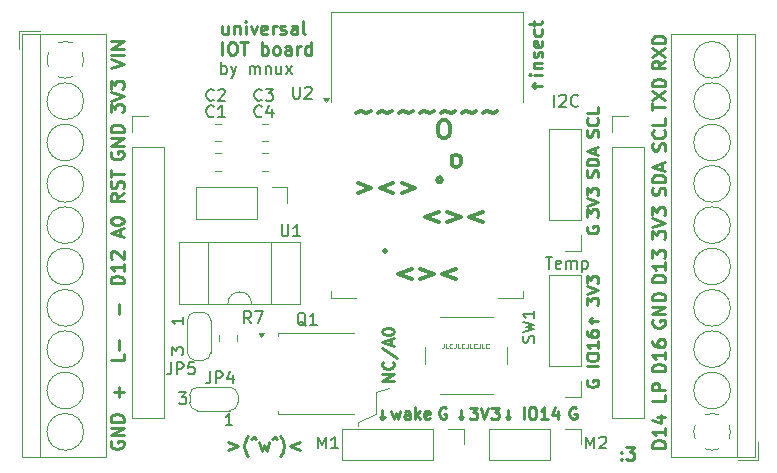
<source format=gbr>
%TF.GenerationSoftware,KiCad,Pcbnew,8.0.3*%
%TF.CreationDate,2024-08-02T22:41:38+02:00*%
%TF.ProjectId,IOT board sensor,494f5420-626f-4617-9264-2073656e736f,rev?*%
%TF.SameCoordinates,Original*%
%TF.FileFunction,Legend,Top*%
%TF.FilePolarity,Positive*%
%FSLAX46Y46*%
G04 Gerber Fmt 4.6, Leading zero omitted, Abs format (unit mm)*
G04 Created by KiCad (PCBNEW 8.0.3) date 2024-08-02 22:41:38*
%MOMM*%
%LPD*%
G01*
G04 APERTURE LIST*
%ADD10C,0.100000*%
%ADD11C,0.375000*%
%ADD12C,0.275000*%
%ADD13C,0.150000*%
%ADD14C,0.250000*%
%ADD15C,0.120000*%
G04 APERTURE END LIST*
D10*
X167252379Y-100479847D02*
X167252379Y-100765561D01*
X167252379Y-100765561D02*
X167233332Y-100822704D01*
X167233332Y-100822704D02*
X167195236Y-100860800D01*
X167195236Y-100860800D02*
X167138094Y-100879847D01*
X167138094Y-100879847D02*
X167099998Y-100879847D01*
X167633332Y-100879847D02*
X167442856Y-100879847D01*
X167442856Y-100879847D02*
X167442856Y-100479847D01*
X167995237Y-100841752D02*
X167976189Y-100860800D01*
X167976189Y-100860800D02*
X167919047Y-100879847D01*
X167919047Y-100879847D02*
X167880951Y-100879847D01*
X167880951Y-100879847D02*
X167823808Y-100860800D01*
X167823808Y-100860800D02*
X167785713Y-100822704D01*
X167785713Y-100822704D02*
X167766666Y-100784609D01*
X167766666Y-100784609D02*
X167747618Y-100708419D01*
X167747618Y-100708419D02*
X167747618Y-100651276D01*
X167747618Y-100651276D02*
X167766666Y-100575085D01*
X167766666Y-100575085D02*
X167785713Y-100536990D01*
X167785713Y-100536990D02*
X167823808Y-100498895D01*
X167823808Y-100498895D02*
X167880951Y-100479847D01*
X167880951Y-100479847D02*
X167919047Y-100479847D01*
X167919047Y-100479847D02*
X167976189Y-100498895D01*
X167976189Y-100498895D02*
X167995237Y-100517942D01*
X168280951Y-100479847D02*
X168280951Y-100765561D01*
X168280951Y-100765561D02*
X168261904Y-100822704D01*
X168261904Y-100822704D02*
X168223808Y-100860800D01*
X168223808Y-100860800D02*
X168166666Y-100879847D01*
X168166666Y-100879847D02*
X168128570Y-100879847D01*
X168661904Y-100879847D02*
X168471428Y-100879847D01*
X168471428Y-100879847D02*
X168471428Y-100479847D01*
X169023809Y-100841752D02*
X169004761Y-100860800D01*
X169004761Y-100860800D02*
X168947619Y-100879847D01*
X168947619Y-100879847D02*
X168909523Y-100879847D01*
X168909523Y-100879847D02*
X168852380Y-100860800D01*
X168852380Y-100860800D02*
X168814285Y-100822704D01*
X168814285Y-100822704D02*
X168795238Y-100784609D01*
X168795238Y-100784609D02*
X168776190Y-100708419D01*
X168776190Y-100708419D02*
X168776190Y-100651276D01*
X168776190Y-100651276D02*
X168795238Y-100575085D01*
X168795238Y-100575085D02*
X168814285Y-100536990D01*
X168814285Y-100536990D02*
X168852380Y-100498895D01*
X168852380Y-100498895D02*
X168909523Y-100479847D01*
X168909523Y-100479847D02*
X168947619Y-100479847D01*
X168947619Y-100479847D02*
X169004761Y-100498895D01*
X169004761Y-100498895D02*
X169023809Y-100517942D01*
X169309523Y-100479847D02*
X169309523Y-100765561D01*
X169309523Y-100765561D02*
X169290476Y-100822704D01*
X169290476Y-100822704D02*
X169252380Y-100860800D01*
X169252380Y-100860800D02*
X169195238Y-100879847D01*
X169195238Y-100879847D02*
X169157142Y-100879847D01*
X169690476Y-100879847D02*
X169500000Y-100879847D01*
X169500000Y-100879847D02*
X169500000Y-100479847D01*
X170052381Y-100841752D02*
X170033333Y-100860800D01*
X170033333Y-100860800D02*
X169976191Y-100879847D01*
X169976191Y-100879847D02*
X169938095Y-100879847D01*
X169938095Y-100879847D02*
X169880952Y-100860800D01*
X169880952Y-100860800D02*
X169842857Y-100822704D01*
X169842857Y-100822704D02*
X169823810Y-100784609D01*
X169823810Y-100784609D02*
X169804762Y-100708419D01*
X169804762Y-100708419D02*
X169804762Y-100651276D01*
X169804762Y-100651276D02*
X169823810Y-100575085D01*
X169823810Y-100575085D02*
X169842857Y-100536990D01*
X169842857Y-100536990D02*
X169880952Y-100498895D01*
X169880952Y-100498895D02*
X169938095Y-100479847D01*
X169938095Y-100479847D02*
X169976191Y-100479847D01*
X169976191Y-100479847D02*
X170033333Y-100498895D01*
X170033333Y-100498895D02*
X170052381Y-100517942D01*
X170338095Y-100479847D02*
X170338095Y-100765561D01*
X170338095Y-100765561D02*
X170319048Y-100822704D01*
X170319048Y-100822704D02*
X170280952Y-100860800D01*
X170280952Y-100860800D02*
X170223810Y-100879847D01*
X170223810Y-100879847D02*
X170185714Y-100879847D01*
X170719048Y-100879847D02*
X170528572Y-100879847D01*
X170528572Y-100879847D02*
X170528572Y-100479847D01*
X171080953Y-100841752D02*
X171061905Y-100860800D01*
X171061905Y-100860800D02*
X171004763Y-100879847D01*
X171004763Y-100879847D02*
X170966667Y-100879847D01*
X170966667Y-100879847D02*
X170909524Y-100860800D01*
X170909524Y-100860800D02*
X170871429Y-100822704D01*
X170871429Y-100822704D02*
X170852382Y-100784609D01*
X170852382Y-100784609D02*
X170833334Y-100708419D01*
X170833334Y-100708419D02*
X170833334Y-100651276D01*
X170833334Y-100651276D02*
X170852382Y-100575085D01*
X170852382Y-100575085D02*
X170871429Y-100536990D01*
X170871429Y-100536990D02*
X170909524Y-100498895D01*
X170909524Y-100498895D02*
X170966667Y-100479847D01*
X170966667Y-100479847D02*
X171004763Y-100479847D01*
X171004763Y-100479847D02*
X171061905Y-100498895D01*
X171061905Y-100498895D02*
X171080953Y-100517942D01*
D11*
X159884805Y-80925500D02*
X160003852Y-80854071D01*
X160003852Y-80854071D02*
X160241948Y-80782642D01*
X160241948Y-80782642D02*
X160718138Y-80925500D01*
X160718138Y-80925500D02*
X160956233Y-80854071D01*
X160956233Y-80854071D02*
X161075281Y-80782642D01*
X161670519Y-80925500D02*
X161789566Y-80854071D01*
X161789566Y-80854071D02*
X162027662Y-80782642D01*
X162027662Y-80782642D02*
X162503852Y-80925500D01*
X162503852Y-80925500D02*
X162741947Y-80854071D01*
X162741947Y-80854071D02*
X162860995Y-80782642D01*
X163456233Y-80925500D02*
X163575280Y-80854071D01*
X163575280Y-80854071D02*
X163813376Y-80782642D01*
X163813376Y-80782642D02*
X164289566Y-80925500D01*
X164289566Y-80925500D02*
X164527661Y-80854071D01*
X164527661Y-80854071D02*
X164646709Y-80782642D01*
X165241947Y-80925500D02*
X165360994Y-80854071D01*
X165360994Y-80854071D02*
X165599090Y-80782642D01*
X165599090Y-80782642D02*
X166075280Y-80925500D01*
X166075280Y-80925500D02*
X166313375Y-80854071D01*
X166313375Y-80854071D02*
X166432423Y-80782642D01*
X167027661Y-80925500D02*
X167146708Y-80854071D01*
X167146708Y-80854071D02*
X167384804Y-80782642D01*
X167384804Y-80782642D02*
X167860994Y-80925500D01*
X167860994Y-80925500D02*
X168099089Y-80854071D01*
X168099089Y-80854071D02*
X168218137Y-80782642D01*
X168813375Y-80925500D02*
X168932422Y-80854071D01*
X168932422Y-80854071D02*
X169170518Y-80782642D01*
X169170518Y-80782642D02*
X169646708Y-80925500D01*
X169646708Y-80925500D02*
X169884803Y-80854071D01*
X169884803Y-80854071D02*
X170003851Y-80782642D01*
X170599089Y-80925500D02*
X170718136Y-80854071D01*
X170718136Y-80854071D02*
X170956232Y-80782642D01*
X170956232Y-80782642D02*
X171432422Y-80925500D01*
X171432422Y-80925500D02*
X171670517Y-80854071D01*
X171670517Y-80854071D02*
X171789565Y-80782642D01*
X167146709Y-81572348D02*
X167432423Y-81572348D01*
X167432423Y-81572348D02*
X167575280Y-81643777D01*
X167575280Y-81643777D02*
X167718137Y-81786634D01*
X167718137Y-81786634D02*
X167789566Y-82072348D01*
X167789566Y-82072348D02*
X167789566Y-82572348D01*
X167789566Y-82572348D02*
X167718137Y-82858062D01*
X167718137Y-82858062D02*
X167575280Y-83000920D01*
X167575280Y-83000920D02*
X167432423Y-83072348D01*
X167432423Y-83072348D02*
X167146709Y-83072348D01*
X167146709Y-83072348D02*
X167003852Y-83000920D01*
X167003852Y-83000920D02*
X166860994Y-82858062D01*
X166860994Y-82858062D02*
X166789566Y-82572348D01*
X166789566Y-82572348D02*
X166789566Y-82072348D01*
X166789566Y-82072348D02*
X166860994Y-81786634D01*
X166860994Y-81786634D02*
X167003852Y-81643777D01*
X167003852Y-81643777D02*
X167146709Y-81572348D01*
X168218137Y-85487264D02*
X168075280Y-85415836D01*
X168075280Y-85415836D02*
X168003851Y-85344407D01*
X168003851Y-85344407D02*
X167932423Y-85201550D01*
X167932423Y-85201550D02*
X167932423Y-84772978D01*
X167932423Y-84772978D02*
X168003851Y-84630121D01*
X168003851Y-84630121D02*
X168075280Y-84558693D01*
X168075280Y-84558693D02*
X168218137Y-84487264D01*
X168218137Y-84487264D02*
X168432423Y-84487264D01*
X168432423Y-84487264D02*
X168575280Y-84558693D01*
X168575280Y-84558693D02*
X168646709Y-84630121D01*
X168646709Y-84630121D02*
X168718137Y-84772978D01*
X168718137Y-84772978D02*
X168718137Y-85201550D01*
X168718137Y-85201550D02*
X168646709Y-85344407D01*
X168646709Y-85344407D02*
X168575280Y-85415836D01*
X168575280Y-85415836D02*
X168432423Y-85487264D01*
X168432423Y-85487264D02*
X168218137Y-85487264D01*
X160003852Y-86902180D02*
X161146710Y-87330752D01*
X161146710Y-87330752D02*
X160003852Y-87759323D01*
X163003853Y-86902180D02*
X161860995Y-87330752D01*
X161860995Y-87330752D02*
X163003853Y-87759323D01*
X163718138Y-86902180D02*
X164860996Y-87330752D01*
X164860996Y-87330752D02*
X163718138Y-87759323D01*
X166932424Y-86402180D02*
X166789567Y-86473609D01*
X166789567Y-86473609D02*
X166718138Y-86616466D01*
X166718138Y-86616466D02*
X166789567Y-86759323D01*
X166789567Y-86759323D02*
X166932424Y-86830752D01*
X166932424Y-86830752D02*
X167075281Y-86759323D01*
X167075281Y-86759323D02*
X167146710Y-86616466D01*
X167146710Y-86616466D02*
X167075281Y-86473609D01*
X167075281Y-86473609D02*
X166932424Y-86402180D01*
X166860995Y-89317096D02*
X165718137Y-89745668D01*
X165718137Y-89745668D02*
X166860995Y-90174239D01*
X167575280Y-89317096D02*
X168718138Y-89745668D01*
X168718138Y-89745668D02*
X167575280Y-90174239D01*
X170575281Y-89317096D02*
X169432423Y-89745668D01*
X169432423Y-89745668D02*
X170575281Y-90174239D01*
X162289566Y-92589155D02*
X162360995Y-92660584D01*
X162360995Y-92660584D02*
X162289566Y-92732012D01*
X162289566Y-92732012D02*
X162218138Y-92660584D01*
X162218138Y-92660584D02*
X162289566Y-92589155D01*
X162289566Y-92589155D02*
X162289566Y-92732012D01*
X164575281Y-94146928D02*
X163432423Y-94575500D01*
X163432423Y-94575500D02*
X164575281Y-95004071D01*
X165289566Y-94146928D02*
X166432424Y-94575500D01*
X166432424Y-94575500D02*
X165289566Y-95004071D01*
X168289567Y-94146928D02*
X167146709Y-94575500D01*
X167146709Y-94575500D02*
X168289567Y-95004071D01*
D12*
X149032825Y-108845747D02*
X149870921Y-109160033D01*
X149870921Y-109160033D02*
X149032825Y-109474319D01*
X150709016Y-109998128D02*
X150656635Y-109945747D01*
X150656635Y-109945747D02*
X150551873Y-109788604D01*
X150551873Y-109788604D02*
X150499492Y-109683842D01*
X150499492Y-109683842D02*
X150447111Y-109526700D01*
X150447111Y-109526700D02*
X150394730Y-109264795D01*
X150394730Y-109264795D02*
X150394730Y-109055271D01*
X150394730Y-109055271D02*
X150447111Y-108793366D01*
X150447111Y-108793366D02*
X150499492Y-108636223D01*
X150499492Y-108636223D02*
X150551873Y-108531461D01*
X150551873Y-108531461D02*
X150656635Y-108374319D01*
X150656635Y-108374319D02*
X150709016Y-108321938D01*
X150970920Y-108583842D02*
X151180444Y-108426700D01*
X151180444Y-108426700D02*
X151389968Y-108583842D01*
X151651872Y-108845747D02*
X151861396Y-109579080D01*
X151861396Y-109579080D02*
X152070920Y-109055271D01*
X152070920Y-109055271D02*
X152280444Y-109579080D01*
X152280444Y-109579080D02*
X152489968Y-108845747D01*
X152751872Y-108583842D02*
X152961396Y-108426700D01*
X152961396Y-108426700D02*
X153170920Y-108583842D01*
X153432824Y-109998128D02*
X153485205Y-109945747D01*
X153485205Y-109945747D02*
X153589967Y-109788604D01*
X153589967Y-109788604D02*
X153642348Y-109683842D01*
X153642348Y-109683842D02*
X153694729Y-109526700D01*
X153694729Y-109526700D02*
X153747110Y-109264795D01*
X153747110Y-109264795D02*
X153747110Y-109055271D01*
X153747110Y-109055271D02*
X153694729Y-108793366D01*
X153694729Y-108793366D02*
X153642348Y-108636223D01*
X153642348Y-108636223D02*
X153589967Y-108531461D01*
X153589967Y-108531461D02*
X153485205Y-108374319D01*
X153485205Y-108374319D02*
X153432824Y-108321938D01*
X155109015Y-108845747D02*
X154270919Y-109160033D01*
X154270919Y-109160033D02*
X155109015Y-109474319D01*
X175619080Y-78640126D02*
X174780985Y-78640126D01*
X174990509Y-78849650D02*
X174780985Y-78640126D01*
X174780985Y-78640126D02*
X174990509Y-78430602D01*
X175619080Y-77697269D02*
X174885747Y-77697269D01*
X174519080Y-77697269D02*
X174571461Y-77749650D01*
X174571461Y-77749650D02*
X174623842Y-77697269D01*
X174623842Y-77697269D02*
X174571461Y-77644888D01*
X174571461Y-77644888D02*
X174519080Y-77697269D01*
X174519080Y-77697269D02*
X174623842Y-77697269D01*
X174885747Y-77173459D02*
X175619080Y-77173459D01*
X174990509Y-77173459D02*
X174938128Y-77121078D01*
X174938128Y-77121078D02*
X174885747Y-77016316D01*
X174885747Y-77016316D02*
X174885747Y-76859173D01*
X174885747Y-76859173D02*
X174938128Y-76754411D01*
X174938128Y-76754411D02*
X175042890Y-76702030D01*
X175042890Y-76702030D02*
X175619080Y-76702030D01*
X175566700Y-76230602D02*
X175619080Y-76125840D01*
X175619080Y-76125840D02*
X175619080Y-75916316D01*
X175619080Y-75916316D02*
X175566700Y-75811554D01*
X175566700Y-75811554D02*
X175461938Y-75759173D01*
X175461938Y-75759173D02*
X175409557Y-75759173D01*
X175409557Y-75759173D02*
X175304795Y-75811554D01*
X175304795Y-75811554D02*
X175252414Y-75916316D01*
X175252414Y-75916316D02*
X175252414Y-76073459D01*
X175252414Y-76073459D02*
X175200033Y-76178221D01*
X175200033Y-76178221D02*
X175095271Y-76230602D01*
X175095271Y-76230602D02*
X175042890Y-76230602D01*
X175042890Y-76230602D02*
X174938128Y-76178221D01*
X174938128Y-76178221D02*
X174885747Y-76073459D01*
X174885747Y-76073459D02*
X174885747Y-75916316D01*
X174885747Y-75916316D02*
X174938128Y-75811554D01*
X175566700Y-74868697D02*
X175619080Y-74973459D01*
X175619080Y-74973459D02*
X175619080Y-75182983D01*
X175619080Y-75182983D02*
X175566700Y-75287745D01*
X175566700Y-75287745D02*
X175461938Y-75340126D01*
X175461938Y-75340126D02*
X175042890Y-75340126D01*
X175042890Y-75340126D02*
X174938128Y-75287745D01*
X174938128Y-75287745D02*
X174885747Y-75182983D01*
X174885747Y-75182983D02*
X174885747Y-74973459D01*
X174885747Y-74973459D02*
X174938128Y-74868697D01*
X174938128Y-74868697D02*
X175042890Y-74816316D01*
X175042890Y-74816316D02*
X175147652Y-74816316D01*
X175147652Y-74816316D02*
X175252414Y-75340126D01*
X175566700Y-73873459D02*
X175619080Y-73978221D01*
X175619080Y-73978221D02*
X175619080Y-74187745D01*
X175619080Y-74187745D02*
X175566700Y-74292507D01*
X175566700Y-74292507D02*
X175514319Y-74344888D01*
X175514319Y-74344888D02*
X175409557Y-74397269D01*
X175409557Y-74397269D02*
X175095271Y-74397269D01*
X175095271Y-74397269D02*
X174990509Y-74344888D01*
X174990509Y-74344888D02*
X174938128Y-74292507D01*
X174938128Y-74292507D02*
X174885747Y-74187745D01*
X174885747Y-74187745D02*
X174885747Y-73978221D01*
X174885747Y-73978221D02*
X174938128Y-73873459D01*
X174885747Y-73559174D02*
X174885747Y-73140126D01*
X174519080Y-73402031D02*
X175461938Y-73402031D01*
X175461938Y-73402031D02*
X175566700Y-73349650D01*
X175566700Y-73349650D02*
X175619080Y-73244888D01*
X175619080Y-73244888D02*
X175619080Y-73140126D01*
X182306825Y-110236319D02*
X182359206Y-110288700D01*
X182359206Y-110288700D02*
X182306825Y-110341080D01*
X182306825Y-110341080D02*
X182254444Y-110288700D01*
X182254444Y-110288700D02*
X182306825Y-110236319D01*
X182306825Y-110236319D02*
X182306825Y-110341080D01*
X182306825Y-109660128D02*
X182359206Y-109712509D01*
X182359206Y-109712509D02*
X182306825Y-109764890D01*
X182306825Y-109764890D02*
X182254444Y-109712509D01*
X182254444Y-109712509D02*
X182306825Y-109660128D01*
X182306825Y-109660128D02*
X182306825Y-109764890D01*
X182725873Y-109241080D02*
X183406826Y-109241080D01*
X183406826Y-109241080D02*
X183040159Y-109660128D01*
X183040159Y-109660128D02*
X183197302Y-109660128D01*
X183197302Y-109660128D02*
X183302064Y-109712509D01*
X183302064Y-109712509D02*
X183354445Y-109764890D01*
X183354445Y-109764890D02*
X183406826Y-109869652D01*
X183406826Y-109869652D02*
X183406826Y-110131557D01*
X183406826Y-110131557D02*
X183354445Y-110236319D01*
X183354445Y-110236319D02*
X183302064Y-110288700D01*
X183302064Y-110288700D02*
X183197302Y-110341080D01*
X183197302Y-110341080D02*
X182883016Y-110341080D01*
X182883016Y-110341080D02*
X182778254Y-110288700D01*
X182778254Y-110288700D02*
X182725873Y-110236319D01*
D13*
X148431619Y-77670819D02*
X148431619Y-76670819D01*
X148431619Y-77051771D02*
X148526857Y-77004152D01*
X148526857Y-77004152D02*
X148717333Y-77004152D01*
X148717333Y-77004152D02*
X148812571Y-77051771D01*
X148812571Y-77051771D02*
X148860190Y-77099390D01*
X148860190Y-77099390D02*
X148907809Y-77194628D01*
X148907809Y-77194628D02*
X148907809Y-77480342D01*
X148907809Y-77480342D02*
X148860190Y-77575580D01*
X148860190Y-77575580D02*
X148812571Y-77623200D01*
X148812571Y-77623200D02*
X148717333Y-77670819D01*
X148717333Y-77670819D02*
X148526857Y-77670819D01*
X148526857Y-77670819D02*
X148431619Y-77623200D01*
X149241143Y-77004152D02*
X149479238Y-77670819D01*
X149717333Y-77004152D02*
X149479238Y-77670819D01*
X149479238Y-77670819D02*
X149384000Y-77908914D01*
X149384000Y-77908914D02*
X149336381Y-77956533D01*
X149336381Y-77956533D02*
X149241143Y-78004152D01*
X150860191Y-77670819D02*
X150860191Y-77004152D01*
X150860191Y-77099390D02*
X150907810Y-77051771D01*
X150907810Y-77051771D02*
X151003048Y-77004152D01*
X151003048Y-77004152D02*
X151145905Y-77004152D01*
X151145905Y-77004152D02*
X151241143Y-77051771D01*
X151241143Y-77051771D02*
X151288762Y-77147009D01*
X151288762Y-77147009D02*
X151288762Y-77670819D01*
X151288762Y-77147009D02*
X151336381Y-77051771D01*
X151336381Y-77051771D02*
X151431619Y-77004152D01*
X151431619Y-77004152D02*
X151574476Y-77004152D01*
X151574476Y-77004152D02*
X151669715Y-77051771D01*
X151669715Y-77051771D02*
X151717334Y-77147009D01*
X151717334Y-77147009D02*
X151717334Y-77670819D01*
X152193524Y-77004152D02*
X152193524Y-77670819D01*
X152193524Y-77099390D02*
X152241143Y-77051771D01*
X152241143Y-77051771D02*
X152336381Y-77004152D01*
X152336381Y-77004152D02*
X152479238Y-77004152D01*
X152479238Y-77004152D02*
X152574476Y-77051771D01*
X152574476Y-77051771D02*
X152622095Y-77147009D01*
X152622095Y-77147009D02*
X152622095Y-77670819D01*
X153526857Y-77004152D02*
X153526857Y-77670819D01*
X153098286Y-77004152D02*
X153098286Y-77527961D01*
X153098286Y-77527961D02*
X153145905Y-77623200D01*
X153145905Y-77623200D02*
X153241143Y-77670819D01*
X153241143Y-77670819D02*
X153384000Y-77670819D01*
X153384000Y-77670819D02*
X153479238Y-77623200D01*
X153479238Y-77623200D02*
X153526857Y-77575580D01*
X153907810Y-77670819D02*
X154431619Y-77004152D01*
X153907810Y-77004152D02*
X154431619Y-77670819D01*
D12*
X148996254Y-73546809D02*
X148996254Y-74280142D01*
X148524825Y-73546809D02*
X148524825Y-74123000D01*
X148524825Y-74123000D02*
X148577206Y-74227762D01*
X148577206Y-74227762D02*
X148681968Y-74280142D01*
X148681968Y-74280142D02*
X148839111Y-74280142D01*
X148839111Y-74280142D02*
X148943873Y-74227762D01*
X148943873Y-74227762D02*
X148996254Y-74175381D01*
X149520063Y-73546809D02*
X149520063Y-74280142D01*
X149520063Y-73651571D02*
X149572444Y-73599190D01*
X149572444Y-73599190D02*
X149677206Y-73546809D01*
X149677206Y-73546809D02*
X149834349Y-73546809D01*
X149834349Y-73546809D02*
X149939111Y-73599190D01*
X149939111Y-73599190D02*
X149991492Y-73703952D01*
X149991492Y-73703952D02*
X149991492Y-74280142D01*
X150515301Y-74280142D02*
X150515301Y-73546809D01*
X150515301Y-73180142D02*
X150462920Y-73232523D01*
X150462920Y-73232523D02*
X150515301Y-73284904D01*
X150515301Y-73284904D02*
X150567682Y-73232523D01*
X150567682Y-73232523D02*
X150515301Y-73180142D01*
X150515301Y-73180142D02*
X150515301Y-73284904D01*
X150934349Y-73546809D02*
X151196254Y-74280142D01*
X151196254Y-74280142D02*
X151458159Y-73546809D01*
X152296254Y-74227762D02*
X152191492Y-74280142D01*
X152191492Y-74280142D02*
X151981968Y-74280142D01*
X151981968Y-74280142D02*
X151877206Y-74227762D01*
X151877206Y-74227762D02*
X151824825Y-74123000D01*
X151824825Y-74123000D02*
X151824825Y-73703952D01*
X151824825Y-73703952D02*
X151877206Y-73599190D01*
X151877206Y-73599190D02*
X151981968Y-73546809D01*
X151981968Y-73546809D02*
X152191492Y-73546809D01*
X152191492Y-73546809D02*
X152296254Y-73599190D01*
X152296254Y-73599190D02*
X152348635Y-73703952D01*
X152348635Y-73703952D02*
X152348635Y-73808714D01*
X152348635Y-73808714D02*
X151824825Y-73913476D01*
X152820063Y-74280142D02*
X152820063Y-73546809D01*
X152820063Y-73756333D02*
X152872444Y-73651571D01*
X152872444Y-73651571D02*
X152924825Y-73599190D01*
X152924825Y-73599190D02*
X153029587Y-73546809D01*
X153029587Y-73546809D02*
X153134349Y-73546809D01*
X153448634Y-74227762D02*
X153553396Y-74280142D01*
X153553396Y-74280142D02*
X153762920Y-74280142D01*
X153762920Y-74280142D02*
X153867682Y-74227762D01*
X153867682Y-74227762D02*
X153920063Y-74123000D01*
X153920063Y-74123000D02*
X153920063Y-74070619D01*
X153920063Y-74070619D02*
X153867682Y-73965857D01*
X153867682Y-73965857D02*
X153762920Y-73913476D01*
X153762920Y-73913476D02*
X153605777Y-73913476D01*
X153605777Y-73913476D02*
X153501015Y-73861095D01*
X153501015Y-73861095D02*
X153448634Y-73756333D01*
X153448634Y-73756333D02*
X153448634Y-73703952D01*
X153448634Y-73703952D02*
X153501015Y-73599190D01*
X153501015Y-73599190D02*
X153605777Y-73546809D01*
X153605777Y-73546809D02*
X153762920Y-73546809D01*
X153762920Y-73546809D02*
X153867682Y-73599190D01*
X154862920Y-74280142D02*
X154862920Y-73703952D01*
X154862920Y-73703952D02*
X154810539Y-73599190D01*
X154810539Y-73599190D02*
X154705777Y-73546809D01*
X154705777Y-73546809D02*
X154496253Y-73546809D01*
X154496253Y-73546809D02*
X154391491Y-73599190D01*
X154862920Y-74227762D02*
X154758158Y-74280142D01*
X154758158Y-74280142D02*
X154496253Y-74280142D01*
X154496253Y-74280142D02*
X154391491Y-74227762D01*
X154391491Y-74227762D02*
X154339110Y-74123000D01*
X154339110Y-74123000D02*
X154339110Y-74018238D01*
X154339110Y-74018238D02*
X154391491Y-73913476D01*
X154391491Y-73913476D02*
X154496253Y-73861095D01*
X154496253Y-73861095D02*
X154758158Y-73861095D01*
X154758158Y-73861095D02*
X154862920Y-73808714D01*
X155543872Y-74280142D02*
X155439110Y-74227762D01*
X155439110Y-74227762D02*
X155386729Y-74123000D01*
X155386729Y-74123000D02*
X155386729Y-73180142D01*
X148524825Y-76051080D02*
X148524825Y-74951080D01*
X149258159Y-74951080D02*
X149467683Y-74951080D01*
X149467683Y-74951080D02*
X149572445Y-75003461D01*
X149572445Y-75003461D02*
X149677207Y-75108223D01*
X149677207Y-75108223D02*
X149729588Y-75317747D01*
X149729588Y-75317747D02*
X149729588Y-75684414D01*
X149729588Y-75684414D02*
X149677207Y-75893938D01*
X149677207Y-75893938D02*
X149572445Y-75998700D01*
X149572445Y-75998700D02*
X149467683Y-76051080D01*
X149467683Y-76051080D02*
X149258159Y-76051080D01*
X149258159Y-76051080D02*
X149153397Y-75998700D01*
X149153397Y-75998700D02*
X149048635Y-75893938D01*
X149048635Y-75893938D02*
X148996254Y-75684414D01*
X148996254Y-75684414D02*
X148996254Y-75317747D01*
X148996254Y-75317747D02*
X149048635Y-75108223D01*
X149048635Y-75108223D02*
X149153397Y-75003461D01*
X149153397Y-75003461D02*
X149258159Y-74951080D01*
X150043873Y-74951080D02*
X150672445Y-74951080D01*
X150358159Y-76051080D02*
X150358159Y-74951080D01*
X151877206Y-76051080D02*
X151877206Y-74951080D01*
X151877206Y-75370128D02*
X151981968Y-75317747D01*
X151981968Y-75317747D02*
X152191492Y-75317747D01*
X152191492Y-75317747D02*
X152296254Y-75370128D01*
X152296254Y-75370128D02*
X152348635Y-75422509D01*
X152348635Y-75422509D02*
X152401016Y-75527271D01*
X152401016Y-75527271D02*
X152401016Y-75841557D01*
X152401016Y-75841557D02*
X152348635Y-75946319D01*
X152348635Y-75946319D02*
X152296254Y-75998700D01*
X152296254Y-75998700D02*
X152191492Y-76051080D01*
X152191492Y-76051080D02*
X151981968Y-76051080D01*
X151981968Y-76051080D02*
X151877206Y-75998700D01*
X153029587Y-76051080D02*
X152924825Y-75998700D01*
X152924825Y-75998700D02*
X152872444Y-75946319D01*
X152872444Y-75946319D02*
X152820063Y-75841557D01*
X152820063Y-75841557D02*
X152820063Y-75527271D01*
X152820063Y-75527271D02*
X152872444Y-75422509D01*
X152872444Y-75422509D02*
X152924825Y-75370128D01*
X152924825Y-75370128D02*
X153029587Y-75317747D01*
X153029587Y-75317747D02*
X153186730Y-75317747D01*
X153186730Y-75317747D02*
X153291492Y-75370128D01*
X153291492Y-75370128D02*
X153343873Y-75422509D01*
X153343873Y-75422509D02*
X153396254Y-75527271D01*
X153396254Y-75527271D02*
X153396254Y-75841557D01*
X153396254Y-75841557D02*
X153343873Y-75946319D01*
X153343873Y-75946319D02*
X153291492Y-75998700D01*
X153291492Y-75998700D02*
X153186730Y-76051080D01*
X153186730Y-76051080D02*
X153029587Y-76051080D01*
X154339111Y-76051080D02*
X154339111Y-75474890D01*
X154339111Y-75474890D02*
X154286730Y-75370128D01*
X154286730Y-75370128D02*
X154181968Y-75317747D01*
X154181968Y-75317747D02*
X153972444Y-75317747D01*
X153972444Y-75317747D02*
X153867682Y-75370128D01*
X154339111Y-75998700D02*
X154234349Y-76051080D01*
X154234349Y-76051080D02*
X153972444Y-76051080D01*
X153972444Y-76051080D02*
X153867682Y-75998700D01*
X153867682Y-75998700D02*
X153815301Y-75893938D01*
X153815301Y-75893938D02*
X153815301Y-75789176D01*
X153815301Y-75789176D02*
X153867682Y-75684414D01*
X153867682Y-75684414D02*
X153972444Y-75632033D01*
X153972444Y-75632033D02*
X154234349Y-75632033D01*
X154234349Y-75632033D02*
X154339111Y-75579652D01*
X154862920Y-76051080D02*
X154862920Y-75317747D01*
X154862920Y-75527271D02*
X154915301Y-75422509D01*
X154915301Y-75422509D02*
X154967682Y-75370128D01*
X154967682Y-75370128D02*
X155072444Y-75317747D01*
X155072444Y-75317747D02*
X155177206Y-75317747D01*
X156015301Y-76051080D02*
X156015301Y-74951080D01*
X156015301Y-75998700D02*
X155910539Y-76051080D01*
X155910539Y-76051080D02*
X155701015Y-76051080D01*
X155701015Y-76051080D02*
X155596253Y-75998700D01*
X155596253Y-75998700D02*
X155543872Y-75946319D01*
X155543872Y-75946319D02*
X155491491Y-75841557D01*
X155491491Y-75841557D02*
X155491491Y-75527271D01*
X155491491Y-75527271D02*
X155543872Y-75422509D01*
X155543872Y-75422509D02*
X155596253Y-75370128D01*
X155596253Y-75370128D02*
X155701015Y-75317747D01*
X155701015Y-75317747D02*
X155910539Y-75317747D01*
X155910539Y-75317747D02*
X156015301Y-75370128D01*
X140160680Y-87752402D02*
X139636871Y-88119069D01*
X140160680Y-88380974D02*
X139060680Y-88380974D01*
X139060680Y-88380974D02*
X139060680Y-87961926D01*
X139060680Y-87961926D02*
X139113061Y-87857164D01*
X139113061Y-87857164D02*
X139165442Y-87804783D01*
X139165442Y-87804783D02*
X139270204Y-87752402D01*
X139270204Y-87752402D02*
X139427347Y-87752402D01*
X139427347Y-87752402D02*
X139532109Y-87804783D01*
X139532109Y-87804783D02*
X139584490Y-87857164D01*
X139584490Y-87857164D02*
X139636871Y-87961926D01*
X139636871Y-87961926D02*
X139636871Y-88380974D01*
X140108300Y-87333355D02*
X140160680Y-87176212D01*
X140160680Y-87176212D02*
X140160680Y-86914307D01*
X140160680Y-86914307D02*
X140108300Y-86809545D01*
X140108300Y-86809545D02*
X140055919Y-86757164D01*
X140055919Y-86757164D02*
X139951157Y-86704783D01*
X139951157Y-86704783D02*
X139846395Y-86704783D01*
X139846395Y-86704783D02*
X139741633Y-86757164D01*
X139741633Y-86757164D02*
X139689252Y-86809545D01*
X139689252Y-86809545D02*
X139636871Y-86914307D01*
X139636871Y-86914307D02*
X139584490Y-87123831D01*
X139584490Y-87123831D02*
X139532109Y-87228593D01*
X139532109Y-87228593D02*
X139479728Y-87280974D01*
X139479728Y-87280974D02*
X139374966Y-87333355D01*
X139374966Y-87333355D02*
X139270204Y-87333355D01*
X139270204Y-87333355D02*
X139165442Y-87280974D01*
X139165442Y-87280974D02*
X139113061Y-87228593D01*
X139113061Y-87228593D02*
X139060680Y-87123831D01*
X139060680Y-87123831D02*
X139060680Y-86861926D01*
X139060680Y-86861926D02*
X139113061Y-86704783D01*
X139060680Y-86390498D02*
X139060680Y-85761926D01*
X140160680Y-86076212D02*
X139060680Y-86076212D01*
X139741633Y-97956774D02*
X139741633Y-97118679D01*
X139113061Y-84248783D02*
X139060680Y-84353545D01*
X139060680Y-84353545D02*
X139060680Y-84510688D01*
X139060680Y-84510688D02*
X139113061Y-84667831D01*
X139113061Y-84667831D02*
X139217823Y-84772593D01*
X139217823Y-84772593D02*
X139322585Y-84824974D01*
X139322585Y-84824974D02*
X139532109Y-84877355D01*
X139532109Y-84877355D02*
X139689252Y-84877355D01*
X139689252Y-84877355D02*
X139898776Y-84824974D01*
X139898776Y-84824974D02*
X140003538Y-84772593D01*
X140003538Y-84772593D02*
X140108300Y-84667831D01*
X140108300Y-84667831D02*
X140160680Y-84510688D01*
X140160680Y-84510688D02*
X140160680Y-84405926D01*
X140160680Y-84405926D02*
X140108300Y-84248783D01*
X140108300Y-84248783D02*
X140055919Y-84196402D01*
X140055919Y-84196402D02*
X139689252Y-84196402D01*
X139689252Y-84196402D02*
X139689252Y-84405926D01*
X140160680Y-83724974D02*
X139060680Y-83724974D01*
X139060680Y-83724974D02*
X140160680Y-83096402D01*
X140160680Y-83096402D02*
X139060680Y-83096402D01*
X140160680Y-82572593D02*
X139060680Y-82572593D01*
X139060680Y-82572593D02*
X139060680Y-82310688D01*
X139060680Y-82310688D02*
X139113061Y-82153545D01*
X139113061Y-82153545D02*
X139217823Y-82048783D01*
X139217823Y-82048783D02*
X139322585Y-81996402D01*
X139322585Y-81996402D02*
X139532109Y-81944021D01*
X139532109Y-81944021D02*
X139689252Y-81944021D01*
X139689252Y-81944021D02*
X139898776Y-81996402D01*
X139898776Y-81996402D02*
X140003538Y-82048783D01*
X140003538Y-82048783D02*
X140108300Y-82153545D01*
X140108300Y-82153545D02*
X140160680Y-82310688D01*
X140160680Y-82310688D02*
X140160680Y-82572593D01*
X139060680Y-77133517D02*
X140160680Y-76766850D01*
X140160680Y-76766850D02*
X139060680Y-76400183D01*
X140160680Y-76033517D02*
X139060680Y-76033517D01*
X140160680Y-75509707D02*
X139060680Y-75509707D01*
X139060680Y-75509707D02*
X140160680Y-74881135D01*
X140160680Y-74881135D02*
X139060680Y-74881135D01*
X139060680Y-80891136D02*
X139060680Y-80210183D01*
X139060680Y-80210183D02*
X139479728Y-80576850D01*
X139479728Y-80576850D02*
X139479728Y-80419707D01*
X139479728Y-80419707D02*
X139532109Y-80314945D01*
X139532109Y-80314945D02*
X139584490Y-80262564D01*
X139584490Y-80262564D02*
X139689252Y-80210183D01*
X139689252Y-80210183D02*
X139951157Y-80210183D01*
X139951157Y-80210183D02*
X140055919Y-80262564D01*
X140055919Y-80262564D02*
X140108300Y-80314945D01*
X140108300Y-80314945D02*
X140160680Y-80419707D01*
X140160680Y-80419707D02*
X140160680Y-80733993D01*
X140160680Y-80733993D02*
X140108300Y-80838755D01*
X140108300Y-80838755D02*
X140055919Y-80891136D01*
X139060680Y-79895898D02*
X140160680Y-79529231D01*
X140160680Y-79529231D02*
X139060680Y-79162564D01*
X139060680Y-78900660D02*
X139060680Y-78219707D01*
X139060680Y-78219707D02*
X139479728Y-78586374D01*
X139479728Y-78586374D02*
X139479728Y-78429231D01*
X139479728Y-78429231D02*
X139532109Y-78324469D01*
X139532109Y-78324469D02*
X139584490Y-78272088D01*
X139584490Y-78272088D02*
X139689252Y-78219707D01*
X139689252Y-78219707D02*
X139951157Y-78219707D01*
X139951157Y-78219707D02*
X140055919Y-78272088D01*
X140055919Y-78272088D02*
X140108300Y-78324469D01*
X140108300Y-78324469D02*
X140160680Y-78429231D01*
X140160680Y-78429231D02*
X140160680Y-78743517D01*
X140160680Y-78743517D02*
X140108300Y-78848279D01*
X140108300Y-78848279D02*
X140055919Y-78900660D01*
X139741633Y-104967174D02*
X139741633Y-104129079D01*
X140160680Y-104548126D02*
X139322585Y-104548126D01*
X139113061Y-108759783D02*
X139060680Y-108864545D01*
X139060680Y-108864545D02*
X139060680Y-109021688D01*
X139060680Y-109021688D02*
X139113061Y-109178831D01*
X139113061Y-109178831D02*
X139217823Y-109283593D01*
X139217823Y-109283593D02*
X139322585Y-109335974D01*
X139322585Y-109335974D02*
X139532109Y-109388355D01*
X139532109Y-109388355D02*
X139689252Y-109388355D01*
X139689252Y-109388355D02*
X139898776Y-109335974D01*
X139898776Y-109335974D02*
X140003538Y-109283593D01*
X140003538Y-109283593D02*
X140108300Y-109178831D01*
X140108300Y-109178831D02*
X140160680Y-109021688D01*
X140160680Y-109021688D02*
X140160680Y-108916926D01*
X140160680Y-108916926D02*
X140108300Y-108759783D01*
X140108300Y-108759783D02*
X140055919Y-108707402D01*
X140055919Y-108707402D02*
X139689252Y-108707402D01*
X139689252Y-108707402D02*
X139689252Y-108916926D01*
X140160680Y-108235974D02*
X139060680Y-108235974D01*
X139060680Y-108235974D02*
X140160680Y-107607402D01*
X140160680Y-107607402D02*
X139060680Y-107607402D01*
X140160680Y-107083593D02*
X139060680Y-107083593D01*
X139060680Y-107083593D02*
X139060680Y-106821688D01*
X139060680Y-106821688D02*
X139113061Y-106664545D01*
X139113061Y-106664545D02*
X139217823Y-106559783D01*
X139217823Y-106559783D02*
X139322585Y-106507402D01*
X139322585Y-106507402D02*
X139532109Y-106455021D01*
X139532109Y-106455021D02*
X139689252Y-106455021D01*
X139689252Y-106455021D02*
X139898776Y-106507402D01*
X139898776Y-106507402D02*
X140003538Y-106559783D01*
X140003538Y-106559783D02*
X140108300Y-106664545D01*
X140108300Y-106664545D02*
X140160680Y-106821688D01*
X140160680Y-106821688D02*
X140160680Y-107083593D01*
X139846395Y-91354355D02*
X139846395Y-90830545D01*
X140160680Y-91459117D02*
X139060680Y-91092450D01*
X139060680Y-91092450D02*
X140160680Y-90725783D01*
X139060680Y-90149593D02*
X139060680Y-90044831D01*
X139060680Y-90044831D02*
X139113061Y-89940069D01*
X139113061Y-89940069D02*
X139165442Y-89887688D01*
X139165442Y-89887688D02*
X139270204Y-89835307D01*
X139270204Y-89835307D02*
X139479728Y-89782926D01*
X139479728Y-89782926D02*
X139741633Y-89782926D01*
X139741633Y-89782926D02*
X139951157Y-89835307D01*
X139951157Y-89835307D02*
X140055919Y-89887688D01*
X140055919Y-89887688D02*
X140108300Y-89940069D01*
X140108300Y-89940069D02*
X140160680Y-90044831D01*
X140160680Y-90044831D02*
X140160680Y-90149593D01*
X140160680Y-90149593D02*
X140108300Y-90254355D01*
X140108300Y-90254355D02*
X140055919Y-90306736D01*
X140055919Y-90306736D02*
X139951157Y-90359117D01*
X139951157Y-90359117D02*
X139741633Y-90411498D01*
X139741633Y-90411498D02*
X139479728Y-90411498D01*
X139479728Y-90411498D02*
X139270204Y-90359117D01*
X139270204Y-90359117D02*
X139165442Y-90306736D01*
X139165442Y-90306736D02*
X139113061Y-90254355D01*
X139113061Y-90254355D02*
X139060680Y-90149593D01*
X140160680Y-101344564D02*
X140160680Y-101868374D01*
X140160680Y-101868374D02*
X139060680Y-101868374D01*
X139741633Y-100977898D02*
X139741633Y-100139803D01*
D14*
X140161980Y-95382422D02*
X139061980Y-95382422D01*
X139061980Y-95382422D02*
X139061980Y-95120517D01*
X139061980Y-95120517D02*
X139114361Y-94963374D01*
X139114361Y-94963374D02*
X139219123Y-94858612D01*
X139219123Y-94858612D02*
X139323885Y-94806231D01*
X139323885Y-94806231D02*
X139533409Y-94753850D01*
X139533409Y-94753850D02*
X139690552Y-94753850D01*
X139690552Y-94753850D02*
X139900076Y-94806231D01*
X139900076Y-94806231D02*
X140004838Y-94858612D01*
X140004838Y-94858612D02*
X140109600Y-94963374D01*
X140109600Y-94963374D02*
X140161980Y-95120517D01*
X140161980Y-95120517D02*
X140161980Y-95382422D01*
X140161980Y-93706231D02*
X140161980Y-94334803D01*
X140161980Y-94020517D02*
X139061980Y-94020517D01*
X139061980Y-94020517D02*
X139219123Y-94125279D01*
X139219123Y-94125279D02*
X139323885Y-94230041D01*
X139323885Y-94230041D02*
X139376266Y-94334803D01*
X139166742Y-93287184D02*
X139114361Y-93234803D01*
X139114361Y-93234803D02*
X139061980Y-93130041D01*
X139061980Y-93130041D02*
X139061980Y-92868136D01*
X139061980Y-92868136D02*
X139114361Y-92763374D01*
X139114361Y-92763374D02*
X139166742Y-92710993D01*
X139166742Y-92710993D02*
X139271504Y-92658612D01*
X139271504Y-92658612D02*
X139376266Y-92658612D01*
X139376266Y-92658612D02*
X139533409Y-92710993D01*
X139533409Y-92710993D02*
X140161980Y-93339565D01*
X140161980Y-93339565D02*
X140161980Y-92658612D01*
D12*
X186033080Y-109285174D02*
X184933080Y-109285174D01*
X184933080Y-109285174D02*
X184933080Y-109023269D01*
X184933080Y-109023269D02*
X184985461Y-108866126D01*
X184985461Y-108866126D02*
X185090223Y-108761364D01*
X185090223Y-108761364D02*
X185194985Y-108708983D01*
X185194985Y-108708983D02*
X185404509Y-108656602D01*
X185404509Y-108656602D02*
X185561652Y-108656602D01*
X185561652Y-108656602D02*
X185771176Y-108708983D01*
X185771176Y-108708983D02*
X185875938Y-108761364D01*
X185875938Y-108761364D02*
X185980700Y-108866126D01*
X185980700Y-108866126D02*
X186033080Y-109023269D01*
X186033080Y-109023269D02*
X186033080Y-109285174D01*
X186033080Y-107608983D02*
X186033080Y-108237555D01*
X186033080Y-107923269D02*
X184933080Y-107923269D01*
X184933080Y-107923269D02*
X185090223Y-108028031D01*
X185090223Y-108028031D02*
X185194985Y-108132793D01*
X185194985Y-108132793D02*
X185247366Y-108237555D01*
X185299747Y-106666126D02*
X186033080Y-106666126D01*
X184880700Y-106928031D02*
X185666414Y-107189936D01*
X185666414Y-107189936D02*
X185666414Y-106508983D01*
X186033080Y-104798964D02*
X186033080Y-105322774D01*
X186033080Y-105322774D02*
X184933080Y-105322774D01*
X186033080Y-104432298D02*
X184933080Y-104432298D01*
X184933080Y-104432298D02*
X184933080Y-104013250D01*
X184933080Y-104013250D02*
X184985461Y-103908488D01*
X184985461Y-103908488D02*
X185037842Y-103856107D01*
X185037842Y-103856107D02*
X185142604Y-103803726D01*
X185142604Y-103803726D02*
X185299747Y-103803726D01*
X185299747Y-103803726D02*
X185404509Y-103856107D01*
X185404509Y-103856107D02*
X185456890Y-103908488D01*
X185456890Y-103908488D02*
X185509271Y-104013250D01*
X185509271Y-104013250D02*
X185509271Y-104432298D01*
X186033080Y-102833574D02*
X184933080Y-102833574D01*
X184933080Y-102833574D02*
X184933080Y-102571669D01*
X184933080Y-102571669D02*
X184985461Y-102414526D01*
X184985461Y-102414526D02*
X185090223Y-102309764D01*
X185090223Y-102309764D02*
X185194985Y-102257383D01*
X185194985Y-102257383D02*
X185404509Y-102205002D01*
X185404509Y-102205002D02*
X185561652Y-102205002D01*
X185561652Y-102205002D02*
X185771176Y-102257383D01*
X185771176Y-102257383D02*
X185875938Y-102309764D01*
X185875938Y-102309764D02*
X185980700Y-102414526D01*
X185980700Y-102414526D02*
X186033080Y-102571669D01*
X186033080Y-102571669D02*
X186033080Y-102833574D01*
X186033080Y-101157383D02*
X186033080Y-101785955D01*
X186033080Y-101471669D02*
X184933080Y-101471669D01*
X184933080Y-101471669D02*
X185090223Y-101576431D01*
X185090223Y-101576431D02*
X185194985Y-101681193D01*
X185194985Y-101681193D02*
X185247366Y-101785955D01*
X184933080Y-100214526D02*
X184933080Y-100424050D01*
X184933080Y-100424050D02*
X184985461Y-100528812D01*
X184985461Y-100528812D02*
X185037842Y-100581193D01*
X185037842Y-100581193D02*
X185194985Y-100685955D01*
X185194985Y-100685955D02*
X185404509Y-100738336D01*
X185404509Y-100738336D02*
X185823557Y-100738336D01*
X185823557Y-100738336D02*
X185928319Y-100685955D01*
X185928319Y-100685955D02*
X185980700Y-100633574D01*
X185980700Y-100633574D02*
X186033080Y-100528812D01*
X186033080Y-100528812D02*
X186033080Y-100319288D01*
X186033080Y-100319288D02*
X185980700Y-100214526D01*
X185980700Y-100214526D02*
X185928319Y-100162145D01*
X185928319Y-100162145D02*
X185823557Y-100109764D01*
X185823557Y-100109764D02*
X185561652Y-100109764D01*
X185561652Y-100109764D02*
X185456890Y-100162145D01*
X185456890Y-100162145D02*
X185404509Y-100214526D01*
X185404509Y-100214526D02*
X185352128Y-100319288D01*
X185352128Y-100319288D02*
X185352128Y-100528812D01*
X185352128Y-100528812D02*
X185404509Y-100633574D01*
X185404509Y-100633574D02*
X185456890Y-100685955D01*
X185456890Y-100685955D02*
X185561652Y-100738336D01*
X184985461Y-98498183D02*
X184933080Y-98602945D01*
X184933080Y-98602945D02*
X184933080Y-98760088D01*
X184933080Y-98760088D02*
X184985461Y-98917231D01*
X184985461Y-98917231D02*
X185090223Y-99021993D01*
X185090223Y-99021993D02*
X185194985Y-99074374D01*
X185194985Y-99074374D02*
X185404509Y-99126755D01*
X185404509Y-99126755D02*
X185561652Y-99126755D01*
X185561652Y-99126755D02*
X185771176Y-99074374D01*
X185771176Y-99074374D02*
X185875938Y-99021993D01*
X185875938Y-99021993D02*
X185980700Y-98917231D01*
X185980700Y-98917231D02*
X186033080Y-98760088D01*
X186033080Y-98760088D02*
X186033080Y-98655326D01*
X186033080Y-98655326D02*
X185980700Y-98498183D01*
X185980700Y-98498183D02*
X185928319Y-98445802D01*
X185928319Y-98445802D02*
X185561652Y-98445802D01*
X185561652Y-98445802D02*
X185561652Y-98655326D01*
X186033080Y-97974374D02*
X184933080Y-97974374D01*
X184933080Y-97974374D02*
X186033080Y-97345802D01*
X186033080Y-97345802D02*
X184933080Y-97345802D01*
X186033080Y-96821993D02*
X184933080Y-96821993D01*
X184933080Y-96821993D02*
X184933080Y-96560088D01*
X184933080Y-96560088D02*
X184985461Y-96402945D01*
X184985461Y-96402945D02*
X185090223Y-96298183D01*
X185090223Y-96298183D02*
X185194985Y-96245802D01*
X185194985Y-96245802D02*
X185404509Y-96193421D01*
X185404509Y-96193421D02*
X185561652Y-96193421D01*
X185561652Y-96193421D02*
X185771176Y-96245802D01*
X185771176Y-96245802D02*
X185875938Y-96298183D01*
X185875938Y-96298183D02*
X185980700Y-96402945D01*
X185980700Y-96402945D02*
X186033080Y-96560088D01*
X186033080Y-96560088D02*
X186033080Y-96821993D01*
D14*
X186034380Y-95280822D02*
X184934380Y-95280822D01*
X184934380Y-95280822D02*
X184934380Y-95018917D01*
X184934380Y-95018917D02*
X184986761Y-94861774D01*
X184986761Y-94861774D02*
X185091523Y-94757012D01*
X185091523Y-94757012D02*
X185196285Y-94704631D01*
X185196285Y-94704631D02*
X185405809Y-94652250D01*
X185405809Y-94652250D02*
X185562952Y-94652250D01*
X185562952Y-94652250D02*
X185772476Y-94704631D01*
X185772476Y-94704631D02*
X185877238Y-94757012D01*
X185877238Y-94757012D02*
X185982000Y-94861774D01*
X185982000Y-94861774D02*
X186034380Y-95018917D01*
X186034380Y-95018917D02*
X186034380Y-95280822D01*
X186034380Y-93604631D02*
X186034380Y-94233203D01*
X186034380Y-93918917D02*
X184934380Y-93918917D01*
X184934380Y-93918917D02*
X185091523Y-94023679D01*
X185091523Y-94023679D02*
X185196285Y-94128441D01*
X185196285Y-94128441D02*
X185248666Y-94233203D01*
X184934380Y-93237965D02*
X184934380Y-92557012D01*
X184934380Y-92557012D02*
X185353428Y-92923679D01*
X185353428Y-92923679D02*
X185353428Y-92766536D01*
X185353428Y-92766536D02*
X185405809Y-92661774D01*
X185405809Y-92661774D02*
X185458190Y-92609393D01*
X185458190Y-92609393D02*
X185562952Y-92557012D01*
X185562952Y-92557012D02*
X185824857Y-92557012D01*
X185824857Y-92557012D02*
X185929619Y-92609393D01*
X185929619Y-92609393D02*
X185982000Y-92661774D01*
X185982000Y-92661774D02*
X186034380Y-92766536D01*
X186034380Y-92766536D02*
X186034380Y-93080822D01*
X186034380Y-93080822D02*
X185982000Y-93185584D01*
X185982000Y-93185584D02*
X185929619Y-93237965D01*
D12*
X184933080Y-91609936D02*
X184933080Y-90928983D01*
X184933080Y-90928983D02*
X185352128Y-91295650D01*
X185352128Y-91295650D02*
X185352128Y-91138507D01*
X185352128Y-91138507D02*
X185404509Y-91033745D01*
X185404509Y-91033745D02*
X185456890Y-90981364D01*
X185456890Y-90981364D02*
X185561652Y-90928983D01*
X185561652Y-90928983D02*
X185823557Y-90928983D01*
X185823557Y-90928983D02*
X185928319Y-90981364D01*
X185928319Y-90981364D02*
X185980700Y-91033745D01*
X185980700Y-91033745D02*
X186033080Y-91138507D01*
X186033080Y-91138507D02*
X186033080Y-91452793D01*
X186033080Y-91452793D02*
X185980700Y-91557555D01*
X185980700Y-91557555D02*
X185928319Y-91609936D01*
X184933080Y-90614698D02*
X186033080Y-90248031D01*
X186033080Y-90248031D02*
X184933080Y-89881364D01*
X184933080Y-89619460D02*
X184933080Y-88938507D01*
X184933080Y-88938507D02*
X185352128Y-89305174D01*
X185352128Y-89305174D02*
X185352128Y-89148031D01*
X185352128Y-89148031D02*
X185404509Y-89043269D01*
X185404509Y-89043269D02*
X185456890Y-88990888D01*
X185456890Y-88990888D02*
X185561652Y-88938507D01*
X185561652Y-88938507D02*
X185823557Y-88938507D01*
X185823557Y-88938507D02*
X185928319Y-88990888D01*
X185928319Y-88990888D02*
X185980700Y-89043269D01*
X185980700Y-89043269D02*
X186033080Y-89148031D01*
X186033080Y-89148031D02*
X186033080Y-89462317D01*
X186033080Y-89462317D02*
X185980700Y-89567079D01*
X185980700Y-89567079D02*
X185928319Y-89619460D01*
X185980700Y-87899955D02*
X186033080Y-87742812D01*
X186033080Y-87742812D02*
X186033080Y-87480907D01*
X186033080Y-87480907D02*
X185980700Y-87376145D01*
X185980700Y-87376145D02*
X185928319Y-87323764D01*
X185928319Y-87323764D02*
X185823557Y-87271383D01*
X185823557Y-87271383D02*
X185718795Y-87271383D01*
X185718795Y-87271383D02*
X185614033Y-87323764D01*
X185614033Y-87323764D02*
X185561652Y-87376145D01*
X185561652Y-87376145D02*
X185509271Y-87480907D01*
X185509271Y-87480907D02*
X185456890Y-87690431D01*
X185456890Y-87690431D02*
X185404509Y-87795193D01*
X185404509Y-87795193D02*
X185352128Y-87847574D01*
X185352128Y-87847574D02*
X185247366Y-87899955D01*
X185247366Y-87899955D02*
X185142604Y-87899955D01*
X185142604Y-87899955D02*
X185037842Y-87847574D01*
X185037842Y-87847574D02*
X184985461Y-87795193D01*
X184985461Y-87795193D02*
X184933080Y-87690431D01*
X184933080Y-87690431D02*
X184933080Y-87428526D01*
X184933080Y-87428526D02*
X184985461Y-87271383D01*
X186033080Y-86799955D02*
X184933080Y-86799955D01*
X184933080Y-86799955D02*
X184933080Y-86538050D01*
X184933080Y-86538050D02*
X184985461Y-86380907D01*
X184985461Y-86380907D02*
X185090223Y-86276145D01*
X185090223Y-86276145D02*
X185194985Y-86223764D01*
X185194985Y-86223764D02*
X185404509Y-86171383D01*
X185404509Y-86171383D02*
X185561652Y-86171383D01*
X185561652Y-86171383D02*
X185771176Y-86223764D01*
X185771176Y-86223764D02*
X185875938Y-86276145D01*
X185875938Y-86276145D02*
X185980700Y-86380907D01*
X185980700Y-86380907D02*
X186033080Y-86538050D01*
X186033080Y-86538050D02*
X186033080Y-86799955D01*
X185718795Y-85752336D02*
X185718795Y-85228526D01*
X186033080Y-85857098D02*
X184933080Y-85490431D01*
X184933080Y-85490431D02*
X186033080Y-85123764D01*
X185980700Y-84140755D02*
X186033080Y-83983612D01*
X186033080Y-83983612D02*
X186033080Y-83721707D01*
X186033080Y-83721707D02*
X185980700Y-83616945D01*
X185980700Y-83616945D02*
X185928319Y-83564564D01*
X185928319Y-83564564D02*
X185823557Y-83512183D01*
X185823557Y-83512183D02*
X185718795Y-83512183D01*
X185718795Y-83512183D02*
X185614033Y-83564564D01*
X185614033Y-83564564D02*
X185561652Y-83616945D01*
X185561652Y-83616945D02*
X185509271Y-83721707D01*
X185509271Y-83721707D02*
X185456890Y-83931231D01*
X185456890Y-83931231D02*
X185404509Y-84035993D01*
X185404509Y-84035993D02*
X185352128Y-84088374D01*
X185352128Y-84088374D02*
X185247366Y-84140755D01*
X185247366Y-84140755D02*
X185142604Y-84140755D01*
X185142604Y-84140755D02*
X185037842Y-84088374D01*
X185037842Y-84088374D02*
X184985461Y-84035993D01*
X184985461Y-84035993D02*
X184933080Y-83931231D01*
X184933080Y-83931231D02*
X184933080Y-83669326D01*
X184933080Y-83669326D02*
X184985461Y-83512183D01*
X185928319Y-82412183D02*
X185980700Y-82464564D01*
X185980700Y-82464564D02*
X186033080Y-82621707D01*
X186033080Y-82621707D02*
X186033080Y-82726469D01*
X186033080Y-82726469D02*
X185980700Y-82883612D01*
X185980700Y-82883612D02*
X185875938Y-82988374D01*
X185875938Y-82988374D02*
X185771176Y-83040755D01*
X185771176Y-83040755D02*
X185561652Y-83093136D01*
X185561652Y-83093136D02*
X185404509Y-83093136D01*
X185404509Y-83093136D02*
X185194985Y-83040755D01*
X185194985Y-83040755D02*
X185090223Y-82988374D01*
X185090223Y-82988374D02*
X184985461Y-82883612D01*
X184985461Y-82883612D02*
X184933080Y-82726469D01*
X184933080Y-82726469D02*
X184933080Y-82621707D01*
X184933080Y-82621707D02*
X184985461Y-82464564D01*
X184985461Y-82464564D02*
X185037842Y-82412183D01*
X186033080Y-81416945D02*
X186033080Y-81940755D01*
X186033080Y-81940755D02*
X184933080Y-81940755D01*
X184933080Y-80740317D02*
X184933080Y-80111745D01*
X186033080Y-80426031D02*
X184933080Y-80426031D01*
X184933080Y-79849841D02*
X186033080Y-79116507D01*
X184933080Y-79116507D02*
X186033080Y-79849841D01*
X186033080Y-78697460D02*
X184933080Y-78697460D01*
X184933080Y-78697460D02*
X184933080Y-78435555D01*
X184933080Y-78435555D02*
X184985461Y-78278412D01*
X184985461Y-78278412D02*
X185090223Y-78173650D01*
X185090223Y-78173650D02*
X185194985Y-78121269D01*
X185194985Y-78121269D02*
X185404509Y-78068888D01*
X185404509Y-78068888D02*
X185561652Y-78068888D01*
X185561652Y-78068888D02*
X185771176Y-78121269D01*
X185771176Y-78121269D02*
X185875938Y-78173650D01*
X185875938Y-78173650D02*
X185980700Y-78278412D01*
X185980700Y-78278412D02*
X186033080Y-78435555D01*
X186033080Y-78435555D02*
X186033080Y-78697460D01*
X186033080Y-76551002D02*
X185509271Y-76917669D01*
X186033080Y-77179574D02*
X184933080Y-77179574D01*
X184933080Y-77179574D02*
X184933080Y-76760526D01*
X184933080Y-76760526D02*
X184985461Y-76655764D01*
X184985461Y-76655764D02*
X185037842Y-76603383D01*
X185037842Y-76603383D02*
X185142604Y-76551002D01*
X185142604Y-76551002D02*
X185299747Y-76551002D01*
X185299747Y-76551002D02*
X185404509Y-76603383D01*
X185404509Y-76603383D02*
X185456890Y-76655764D01*
X185456890Y-76655764D02*
X185509271Y-76760526D01*
X185509271Y-76760526D02*
X185509271Y-77179574D01*
X184933080Y-76184336D02*
X186033080Y-75451002D01*
X184933080Y-75451002D02*
X186033080Y-76184336D01*
X186033080Y-75031955D02*
X184933080Y-75031955D01*
X184933080Y-75031955D02*
X184933080Y-74770050D01*
X184933080Y-74770050D02*
X184985461Y-74612907D01*
X184985461Y-74612907D02*
X185090223Y-74508145D01*
X185090223Y-74508145D02*
X185194985Y-74455764D01*
X185194985Y-74455764D02*
X185404509Y-74403383D01*
X185404509Y-74403383D02*
X185561652Y-74403383D01*
X185561652Y-74403383D02*
X185771176Y-74455764D01*
X185771176Y-74455764D02*
X185875938Y-74508145D01*
X185875938Y-74508145D02*
X185980700Y-74612907D01*
X185980700Y-74612907D02*
X186033080Y-74770050D01*
X186033080Y-74770050D02*
X186033080Y-75031955D01*
D10*
X160020000Y-107089600D02*
X160020000Y-107489600D01*
X161544000Y-106411600D02*
X160020000Y-107089600D01*
X162600000Y-104200000D02*
X161544000Y-104611600D01*
X161544000Y-104611600D02*
X161544000Y-106411600D01*
D14*
X180364619Y-102340431D02*
X179364619Y-102340431D01*
X179364619Y-101673765D02*
X179364619Y-101483289D01*
X179364619Y-101483289D02*
X179412238Y-101388051D01*
X179412238Y-101388051D02*
X179507476Y-101292813D01*
X179507476Y-101292813D02*
X179697952Y-101245194D01*
X179697952Y-101245194D02*
X180031285Y-101245194D01*
X180031285Y-101245194D02*
X180221761Y-101292813D01*
X180221761Y-101292813D02*
X180317000Y-101388051D01*
X180317000Y-101388051D02*
X180364619Y-101483289D01*
X180364619Y-101483289D02*
X180364619Y-101673765D01*
X180364619Y-101673765D02*
X180317000Y-101769003D01*
X180317000Y-101769003D02*
X180221761Y-101864241D01*
X180221761Y-101864241D02*
X180031285Y-101911860D01*
X180031285Y-101911860D02*
X179697952Y-101911860D01*
X179697952Y-101911860D02*
X179507476Y-101864241D01*
X179507476Y-101864241D02*
X179412238Y-101769003D01*
X179412238Y-101769003D02*
X179364619Y-101673765D01*
X180364619Y-100292813D02*
X180364619Y-100864241D01*
X180364619Y-100578527D02*
X179364619Y-100578527D01*
X179364619Y-100578527D02*
X179507476Y-100673765D01*
X179507476Y-100673765D02*
X179602714Y-100769003D01*
X179602714Y-100769003D02*
X179650333Y-100864241D01*
X179364619Y-99435670D02*
X179364619Y-99626146D01*
X179364619Y-99626146D02*
X179412238Y-99721384D01*
X179412238Y-99721384D02*
X179459857Y-99769003D01*
X179459857Y-99769003D02*
X179602714Y-99864241D01*
X179602714Y-99864241D02*
X179793190Y-99911860D01*
X179793190Y-99911860D02*
X180174142Y-99911860D01*
X180174142Y-99911860D02*
X180269380Y-99864241D01*
X180269380Y-99864241D02*
X180317000Y-99816622D01*
X180317000Y-99816622D02*
X180364619Y-99721384D01*
X180364619Y-99721384D02*
X180364619Y-99530908D01*
X180364619Y-99530908D02*
X180317000Y-99435670D01*
X180317000Y-99435670D02*
X180269380Y-99388051D01*
X180269380Y-99388051D02*
X180174142Y-99340432D01*
X180174142Y-99340432D02*
X179936047Y-99340432D01*
X179936047Y-99340432D02*
X179840809Y-99388051D01*
X179840809Y-99388051D02*
X179793190Y-99435670D01*
X179793190Y-99435670D02*
X179745571Y-99530908D01*
X179745571Y-99530908D02*
X179745571Y-99721384D01*
X179745571Y-99721384D02*
X179793190Y-99816622D01*
X179793190Y-99816622D02*
X179840809Y-99864241D01*
X179840809Y-99864241D02*
X179936047Y-99911860D01*
X180364619Y-98530908D02*
X179602714Y-98530908D01*
X179793190Y-98721384D02*
X179602714Y-98530908D01*
X179602714Y-98530908D02*
X179793190Y-98340432D01*
X179412238Y-90573622D02*
X179364619Y-90668860D01*
X179364619Y-90668860D02*
X179364619Y-90811717D01*
X179364619Y-90811717D02*
X179412238Y-90954574D01*
X179412238Y-90954574D02*
X179507476Y-91049812D01*
X179507476Y-91049812D02*
X179602714Y-91097431D01*
X179602714Y-91097431D02*
X179793190Y-91145050D01*
X179793190Y-91145050D02*
X179936047Y-91145050D01*
X179936047Y-91145050D02*
X180126523Y-91097431D01*
X180126523Y-91097431D02*
X180221761Y-91049812D01*
X180221761Y-91049812D02*
X180317000Y-90954574D01*
X180317000Y-90954574D02*
X180364619Y-90811717D01*
X180364619Y-90811717D02*
X180364619Y-90716479D01*
X180364619Y-90716479D02*
X180317000Y-90573622D01*
X180317000Y-90573622D02*
X180269380Y-90526003D01*
X180269380Y-90526003D02*
X179936047Y-90526003D01*
X179936047Y-90526003D02*
X179936047Y-90716479D01*
X180317000Y-82957050D02*
X180364619Y-82814193D01*
X180364619Y-82814193D02*
X180364619Y-82576098D01*
X180364619Y-82576098D02*
X180317000Y-82480860D01*
X180317000Y-82480860D02*
X180269380Y-82433241D01*
X180269380Y-82433241D02*
X180174142Y-82385622D01*
X180174142Y-82385622D02*
X180078904Y-82385622D01*
X180078904Y-82385622D02*
X179983666Y-82433241D01*
X179983666Y-82433241D02*
X179936047Y-82480860D01*
X179936047Y-82480860D02*
X179888428Y-82576098D01*
X179888428Y-82576098D02*
X179840809Y-82766574D01*
X179840809Y-82766574D02*
X179793190Y-82861812D01*
X179793190Y-82861812D02*
X179745571Y-82909431D01*
X179745571Y-82909431D02*
X179650333Y-82957050D01*
X179650333Y-82957050D02*
X179555095Y-82957050D01*
X179555095Y-82957050D02*
X179459857Y-82909431D01*
X179459857Y-82909431D02*
X179412238Y-82861812D01*
X179412238Y-82861812D02*
X179364619Y-82766574D01*
X179364619Y-82766574D02*
X179364619Y-82528479D01*
X179364619Y-82528479D02*
X179412238Y-82385622D01*
X180269380Y-81385622D02*
X180317000Y-81433241D01*
X180317000Y-81433241D02*
X180364619Y-81576098D01*
X180364619Y-81576098D02*
X180364619Y-81671336D01*
X180364619Y-81671336D02*
X180317000Y-81814193D01*
X180317000Y-81814193D02*
X180221761Y-81909431D01*
X180221761Y-81909431D02*
X180126523Y-81957050D01*
X180126523Y-81957050D02*
X179936047Y-82004669D01*
X179936047Y-82004669D02*
X179793190Y-82004669D01*
X179793190Y-82004669D02*
X179602714Y-81957050D01*
X179602714Y-81957050D02*
X179507476Y-81909431D01*
X179507476Y-81909431D02*
X179412238Y-81814193D01*
X179412238Y-81814193D02*
X179364619Y-81671336D01*
X179364619Y-81671336D02*
X179364619Y-81576098D01*
X179364619Y-81576098D02*
X179412238Y-81433241D01*
X179412238Y-81433241D02*
X179459857Y-81385622D01*
X180364619Y-80480860D02*
X180364619Y-80957050D01*
X180364619Y-80957050D02*
X179364619Y-80957050D01*
D13*
X179355979Y-109343819D02*
X179355979Y-108343819D01*
X179355979Y-108343819D02*
X179689312Y-109058104D01*
X179689312Y-109058104D02*
X180022645Y-108343819D01*
X180022645Y-108343819D02*
X180022645Y-109343819D01*
X180451217Y-108439057D02*
X180498836Y-108391438D01*
X180498836Y-108391438D02*
X180594074Y-108343819D01*
X180594074Y-108343819D02*
X180832169Y-108343819D01*
X180832169Y-108343819D02*
X180927407Y-108391438D01*
X180927407Y-108391438D02*
X180975026Y-108439057D01*
X180975026Y-108439057D02*
X181022645Y-108534295D01*
X181022645Y-108534295D02*
X181022645Y-108629533D01*
X181022645Y-108629533D02*
X180975026Y-108772390D01*
X180975026Y-108772390D02*
X180403598Y-109343819D01*
X180403598Y-109343819D02*
X181022645Y-109343819D01*
D14*
X162069031Y-106102714D02*
X162069031Y-106864619D01*
X162259507Y-106674142D02*
X162069031Y-106864619D01*
X162069031Y-106864619D02*
X161878555Y-106674142D01*
X162830936Y-106197952D02*
X163021412Y-106864619D01*
X163021412Y-106864619D02*
X163211888Y-106388428D01*
X163211888Y-106388428D02*
X163402364Y-106864619D01*
X163402364Y-106864619D02*
X163592840Y-106197952D01*
X164402364Y-106864619D02*
X164402364Y-106340809D01*
X164402364Y-106340809D02*
X164354745Y-106245571D01*
X164354745Y-106245571D02*
X164259507Y-106197952D01*
X164259507Y-106197952D02*
X164069031Y-106197952D01*
X164069031Y-106197952D02*
X163973793Y-106245571D01*
X164402364Y-106817000D02*
X164307126Y-106864619D01*
X164307126Y-106864619D02*
X164069031Y-106864619D01*
X164069031Y-106864619D02*
X163973793Y-106817000D01*
X163973793Y-106817000D02*
X163926174Y-106721761D01*
X163926174Y-106721761D02*
X163926174Y-106626523D01*
X163926174Y-106626523D02*
X163973793Y-106531285D01*
X163973793Y-106531285D02*
X164069031Y-106483666D01*
X164069031Y-106483666D02*
X164307126Y-106483666D01*
X164307126Y-106483666D02*
X164402364Y-106436047D01*
X164878555Y-106864619D02*
X164878555Y-105864619D01*
X164973793Y-106483666D02*
X165259507Y-106864619D01*
X165259507Y-106197952D02*
X164878555Y-106578904D01*
X166069031Y-106817000D02*
X165973793Y-106864619D01*
X165973793Y-106864619D02*
X165783317Y-106864619D01*
X165783317Y-106864619D02*
X165688079Y-106817000D01*
X165688079Y-106817000D02*
X165640460Y-106721761D01*
X165640460Y-106721761D02*
X165640460Y-106340809D01*
X165640460Y-106340809D02*
X165688079Y-106245571D01*
X165688079Y-106245571D02*
X165783317Y-106197952D01*
X165783317Y-106197952D02*
X165973793Y-106197952D01*
X165973793Y-106197952D02*
X166069031Y-106245571D01*
X166069031Y-106245571D02*
X166116650Y-106340809D01*
X166116650Y-106340809D02*
X166116650Y-106436047D01*
X166116650Y-106436047D02*
X165640460Y-106531285D01*
X163064619Y-103631139D02*
X162064619Y-103631139D01*
X162064619Y-103631139D02*
X163064619Y-103059711D01*
X163064619Y-103059711D02*
X162064619Y-103059711D01*
X162969380Y-102012092D02*
X163017000Y-102059711D01*
X163017000Y-102059711D02*
X163064619Y-102202568D01*
X163064619Y-102202568D02*
X163064619Y-102297806D01*
X163064619Y-102297806D02*
X163017000Y-102440663D01*
X163017000Y-102440663D02*
X162921761Y-102535901D01*
X162921761Y-102535901D02*
X162826523Y-102583520D01*
X162826523Y-102583520D02*
X162636047Y-102631139D01*
X162636047Y-102631139D02*
X162493190Y-102631139D01*
X162493190Y-102631139D02*
X162302714Y-102583520D01*
X162302714Y-102583520D02*
X162207476Y-102535901D01*
X162207476Y-102535901D02*
X162112238Y-102440663D01*
X162112238Y-102440663D02*
X162064619Y-102297806D01*
X162064619Y-102297806D02*
X162064619Y-102202568D01*
X162064619Y-102202568D02*
X162112238Y-102059711D01*
X162112238Y-102059711D02*
X162159857Y-102012092D01*
X162017000Y-100869235D02*
X163302714Y-101726377D01*
X162778904Y-100583520D02*
X162778904Y-100107330D01*
X163064619Y-100678758D02*
X162064619Y-100345425D01*
X162064619Y-100345425D02*
X163064619Y-100012092D01*
X162064619Y-99488282D02*
X162064619Y-99393044D01*
X162064619Y-99393044D02*
X162112238Y-99297806D01*
X162112238Y-99297806D02*
X162159857Y-99250187D01*
X162159857Y-99250187D02*
X162255095Y-99202568D01*
X162255095Y-99202568D02*
X162445571Y-99154949D01*
X162445571Y-99154949D02*
X162683666Y-99154949D01*
X162683666Y-99154949D02*
X162874142Y-99202568D01*
X162874142Y-99202568D02*
X162969380Y-99250187D01*
X162969380Y-99250187D02*
X163017000Y-99297806D01*
X163017000Y-99297806D02*
X163064619Y-99393044D01*
X163064619Y-99393044D02*
X163064619Y-99488282D01*
X163064619Y-99488282D02*
X163017000Y-99583520D01*
X163017000Y-99583520D02*
X162969380Y-99631139D01*
X162969380Y-99631139D02*
X162874142Y-99678758D01*
X162874142Y-99678758D02*
X162683666Y-99726377D01*
X162683666Y-99726377D02*
X162445571Y-99726377D01*
X162445571Y-99726377D02*
X162255095Y-99678758D01*
X162255095Y-99678758D02*
X162159857Y-99631139D01*
X162159857Y-99631139D02*
X162112238Y-99583520D01*
X162112238Y-99583520D02*
X162064619Y-99488282D01*
X179412238Y-103573622D02*
X179364619Y-103668860D01*
X179364619Y-103668860D02*
X179364619Y-103811717D01*
X179364619Y-103811717D02*
X179412238Y-103954574D01*
X179412238Y-103954574D02*
X179507476Y-104049812D01*
X179507476Y-104049812D02*
X179602714Y-104097431D01*
X179602714Y-104097431D02*
X179793190Y-104145050D01*
X179793190Y-104145050D02*
X179936047Y-104145050D01*
X179936047Y-104145050D02*
X180126523Y-104097431D01*
X180126523Y-104097431D02*
X180221761Y-104049812D01*
X180221761Y-104049812D02*
X180317000Y-103954574D01*
X180317000Y-103954574D02*
X180364619Y-103811717D01*
X180364619Y-103811717D02*
X180364619Y-103716479D01*
X180364619Y-103716479D02*
X180317000Y-103573622D01*
X180317000Y-103573622D02*
X180269380Y-103526003D01*
X180269380Y-103526003D02*
X179936047Y-103526003D01*
X179936047Y-103526003D02*
X179936047Y-103716479D01*
X178477431Y-105912238D02*
X178382193Y-105864619D01*
X178382193Y-105864619D02*
X178239336Y-105864619D01*
X178239336Y-105864619D02*
X178096479Y-105912238D01*
X178096479Y-105912238D02*
X178001241Y-106007476D01*
X178001241Y-106007476D02*
X177953622Y-106102714D01*
X177953622Y-106102714D02*
X177906003Y-106293190D01*
X177906003Y-106293190D02*
X177906003Y-106436047D01*
X177906003Y-106436047D02*
X177953622Y-106626523D01*
X177953622Y-106626523D02*
X178001241Y-106721761D01*
X178001241Y-106721761D02*
X178096479Y-106817000D01*
X178096479Y-106817000D02*
X178239336Y-106864619D01*
X178239336Y-106864619D02*
X178334574Y-106864619D01*
X178334574Y-106864619D02*
X178477431Y-106817000D01*
X178477431Y-106817000D02*
X178525050Y-106769380D01*
X178525050Y-106769380D02*
X178525050Y-106436047D01*
X178525050Y-106436047D02*
X178334574Y-106436047D01*
X179364619Y-97192669D02*
X179364619Y-96573622D01*
X179364619Y-96573622D02*
X179745571Y-96906955D01*
X179745571Y-96906955D02*
X179745571Y-96764098D01*
X179745571Y-96764098D02*
X179793190Y-96668860D01*
X179793190Y-96668860D02*
X179840809Y-96621241D01*
X179840809Y-96621241D02*
X179936047Y-96573622D01*
X179936047Y-96573622D02*
X180174142Y-96573622D01*
X180174142Y-96573622D02*
X180269380Y-96621241D01*
X180269380Y-96621241D02*
X180317000Y-96668860D01*
X180317000Y-96668860D02*
X180364619Y-96764098D01*
X180364619Y-96764098D02*
X180364619Y-97049812D01*
X180364619Y-97049812D02*
X180317000Y-97145050D01*
X180317000Y-97145050D02*
X180269380Y-97192669D01*
X179364619Y-96287907D02*
X180364619Y-95954574D01*
X180364619Y-95954574D02*
X179364619Y-95621241D01*
X179364619Y-95383145D02*
X179364619Y-94764098D01*
X179364619Y-94764098D02*
X179745571Y-95097431D01*
X179745571Y-95097431D02*
X179745571Y-94954574D01*
X179745571Y-94954574D02*
X179793190Y-94859336D01*
X179793190Y-94859336D02*
X179840809Y-94811717D01*
X179840809Y-94811717D02*
X179936047Y-94764098D01*
X179936047Y-94764098D02*
X180174142Y-94764098D01*
X180174142Y-94764098D02*
X180269380Y-94811717D01*
X180269380Y-94811717D02*
X180317000Y-94859336D01*
X180317000Y-94859336D02*
X180364619Y-94954574D01*
X180364619Y-94954574D02*
X180364619Y-95240288D01*
X180364619Y-95240288D02*
X180317000Y-95335526D01*
X180317000Y-95335526D02*
X180269380Y-95383145D01*
X167440631Y-105912238D02*
X167345393Y-105864619D01*
X167345393Y-105864619D02*
X167202536Y-105864619D01*
X167202536Y-105864619D02*
X167059679Y-105912238D01*
X167059679Y-105912238D02*
X166964441Y-106007476D01*
X166964441Y-106007476D02*
X166916822Y-106102714D01*
X166916822Y-106102714D02*
X166869203Y-106293190D01*
X166869203Y-106293190D02*
X166869203Y-106436047D01*
X166869203Y-106436047D02*
X166916822Y-106626523D01*
X166916822Y-106626523D02*
X166964441Y-106721761D01*
X166964441Y-106721761D02*
X167059679Y-106817000D01*
X167059679Y-106817000D02*
X167202536Y-106864619D01*
X167202536Y-106864619D02*
X167297774Y-106864619D01*
X167297774Y-106864619D02*
X167440631Y-106817000D01*
X167440631Y-106817000D02*
X167488250Y-106769380D01*
X167488250Y-106769380D02*
X167488250Y-106436047D01*
X167488250Y-106436047D02*
X167297774Y-106436047D01*
X180317000Y-86386050D02*
X180364619Y-86243193D01*
X180364619Y-86243193D02*
X180364619Y-86005098D01*
X180364619Y-86005098D02*
X180317000Y-85909860D01*
X180317000Y-85909860D02*
X180269380Y-85862241D01*
X180269380Y-85862241D02*
X180174142Y-85814622D01*
X180174142Y-85814622D02*
X180078904Y-85814622D01*
X180078904Y-85814622D02*
X179983666Y-85862241D01*
X179983666Y-85862241D02*
X179936047Y-85909860D01*
X179936047Y-85909860D02*
X179888428Y-86005098D01*
X179888428Y-86005098D02*
X179840809Y-86195574D01*
X179840809Y-86195574D02*
X179793190Y-86290812D01*
X179793190Y-86290812D02*
X179745571Y-86338431D01*
X179745571Y-86338431D02*
X179650333Y-86386050D01*
X179650333Y-86386050D02*
X179555095Y-86386050D01*
X179555095Y-86386050D02*
X179459857Y-86338431D01*
X179459857Y-86338431D02*
X179412238Y-86290812D01*
X179412238Y-86290812D02*
X179364619Y-86195574D01*
X179364619Y-86195574D02*
X179364619Y-85957479D01*
X179364619Y-85957479D02*
X179412238Y-85814622D01*
X180364619Y-85386050D02*
X179364619Y-85386050D01*
X179364619Y-85386050D02*
X179364619Y-85147955D01*
X179364619Y-85147955D02*
X179412238Y-85005098D01*
X179412238Y-85005098D02*
X179507476Y-84909860D01*
X179507476Y-84909860D02*
X179602714Y-84862241D01*
X179602714Y-84862241D02*
X179793190Y-84814622D01*
X179793190Y-84814622D02*
X179936047Y-84814622D01*
X179936047Y-84814622D02*
X180126523Y-84862241D01*
X180126523Y-84862241D02*
X180221761Y-84909860D01*
X180221761Y-84909860D02*
X180317000Y-85005098D01*
X180317000Y-85005098D02*
X180364619Y-85147955D01*
X180364619Y-85147955D02*
X180364619Y-85386050D01*
X180078904Y-84433669D02*
X180078904Y-83957479D01*
X180364619Y-84528907D02*
X179364619Y-84195574D01*
X179364619Y-84195574D02*
X180364619Y-83862241D01*
X179364619Y-89735669D02*
X179364619Y-89116622D01*
X179364619Y-89116622D02*
X179745571Y-89449955D01*
X179745571Y-89449955D02*
X179745571Y-89307098D01*
X179745571Y-89307098D02*
X179793190Y-89211860D01*
X179793190Y-89211860D02*
X179840809Y-89164241D01*
X179840809Y-89164241D02*
X179936047Y-89116622D01*
X179936047Y-89116622D02*
X180174142Y-89116622D01*
X180174142Y-89116622D02*
X180269380Y-89164241D01*
X180269380Y-89164241D02*
X180317000Y-89211860D01*
X180317000Y-89211860D02*
X180364619Y-89307098D01*
X180364619Y-89307098D02*
X180364619Y-89592812D01*
X180364619Y-89592812D02*
X180317000Y-89688050D01*
X180317000Y-89688050D02*
X180269380Y-89735669D01*
X179364619Y-88830907D02*
X180364619Y-88497574D01*
X180364619Y-88497574D02*
X179364619Y-88164241D01*
X179364619Y-87926145D02*
X179364619Y-87307098D01*
X179364619Y-87307098D02*
X179745571Y-87640431D01*
X179745571Y-87640431D02*
X179745571Y-87497574D01*
X179745571Y-87497574D02*
X179793190Y-87402336D01*
X179793190Y-87402336D02*
X179840809Y-87354717D01*
X179840809Y-87354717D02*
X179936047Y-87307098D01*
X179936047Y-87307098D02*
X180174142Y-87307098D01*
X180174142Y-87307098D02*
X180269380Y-87354717D01*
X180269380Y-87354717D02*
X180317000Y-87402336D01*
X180317000Y-87402336D02*
X180364619Y-87497574D01*
X180364619Y-87497574D02*
X180364619Y-87783288D01*
X180364619Y-87783288D02*
X180317000Y-87878526D01*
X180317000Y-87878526D02*
X180269380Y-87926145D01*
D13*
X176636779Y-80419819D02*
X176636779Y-79419819D01*
X177065350Y-79515057D02*
X177112969Y-79467438D01*
X177112969Y-79467438D02*
X177208207Y-79419819D01*
X177208207Y-79419819D02*
X177446302Y-79419819D01*
X177446302Y-79419819D02*
X177541540Y-79467438D01*
X177541540Y-79467438D02*
X177589159Y-79515057D01*
X177589159Y-79515057D02*
X177636778Y-79610295D01*
X177636778Y-79610295D02*
X177636778Y-79705533D01*
X177636778Y-79705533D02*
X177589159Y-79848390D01*
X177589159Y-79848390D02*
X177017731Y-80419819D01*
X177017731Y-80419819D02*
X177636778Y-80419819D01*
X178636778Y-80324580D02*
X178589159Y-80372200D01*
X178589159Y-80372200D02*
X178446302Y-80419819D01*
X178446302Y-80419819D02*
X178351064Y-80419819D01*
X178351064Y-80419819D02*
X178208207Y-80372200D01*
X178208207Y-80372200D02*
X178112969Y-80276961D01*
X178112969Y-80276961D02*
X178065350Y-80181723D01*
X178065350Y-80181723D02*
X178017731Y-79991247D01*
X178017731Y-79991247D02*
X178017731Y-79848390D01*
X178017731Y-79848390D02*
X178065350Y-79657914D01*
X178065350Y-79657914D02*
X178112969Y-79562676D01*
X178112969Y-79562676D02*
X178208207Y-79467438D01*
X178208207Y-79467438D02*
X178351064Y-79419819D01*
X178351064Y-79419819D02*
X178446302Y-79419819D01*
X178446302Y-79419819D02*
X178589159Y-79467438D01*
X178589159Y-79467438D02*
X178636778Y-79515057D01*
D14*
X168718753Y-106131287D02*
X168718753Y-106893192D01*
X168909229Y-106702715D02*
X168718753Y-106893192D01*
X168718753Y-106893192D02*
X168528277Y-106702715D01*
X169480658Y-105893192D02*
X170099705Y-105893192D01*
X170099705Y-105893192D02*
X169766372Y-106274144D01*
X169766372Y-106274144D02*
X169909229Y-106274144D01*
X169909229Y-106274144D02*
X170004467Y-106321763D01*
X170004467Y-106321763D02*
X170052086Y-106369382D01*
X170052086Y-106369382D02*
X170099705Y-106464620D01*
X170099705Y-106464620D02*
X170099705Y-106702715D01*
X170099705Y-106702715D02*
X170052086Y-106797953D01*
X170052086Y-106797953D02*
X170004467Y-106845573D01*
X170004467Y-106845573D02*
X169909229Y-106893192D01*
X169909229Y-106893192D02*
X169623515Y-106893192D01*
X169623515Y-106893192D02*
X169528277Y-106845573D01*
X169528277Y-106845573D02*
X169480658Y-106797953D01*
X170385420Y-105893192D02*
X170718753Y-106893192D01*
X170718753Y-106893192D02*
X171052086Y-105893192D01*
X171290182Y-105893192D02*
X171909229Y-105893192D01*
X171909229Y-105893192D02*
X171575896Y-106274144D01*
X171575896Y-106274144D02*
X171718753Y-106274144D01*
X171718753Y-106274144D02*
X171813991Y-106321763D01*
X171813991Y-106321763D02*
X171861610Y-106369382D01*
X171861610Y-106369382D02*
X171909229Y-106464620D01*
X171909229Y-106464620D02*
X171909229Y-106702715D01*
X171909229Y-106702715D02*
X171861610Y-106797953D01*
X171861610Y-106797953D02*
X171813991Y-106845573D01*
X171813991Y-106845573D02*
X171718753Y-106893192D01*
X171718753Y-106893192D02*
X171433039Y-106893192D01*
X171433039Y-106893192D02*
X171337801Y-106845573D01*
X171337801Y-106845573D02*
X171290182Y-106797953D01*
X172718753Y-106131287D02*
X172718753Y-106893192D01*
X172909229Y-106702715D02*
X172718753Y-106893192D01*
X172718753Y-106893192D02*
X172528277Y-106702715D01*
X174025051Y-106864619D02*
X174025051Y-105864619D01*
X174691717Y-105864619D02*
X174882193Y-105864619D01*
X174882193Y-105864619D02*
X174977431Y-105912238D01*
X174977431Y-105912238D02*
X175072669Y-106007476D01*
X175072669Y-106007476D02*
X175120288Y-106197952D01*
X175120288Y-106197952D02*
X175120288Y-106531285D01*
X175120288Y-106531285D02*
X175072669Y-106721761D01*
X175072669Y-106721761D02*
X174977431Y-106817000D01*
X174977431Y-106817000D02*
X174882193Y-106864619D01*
X174882193Y-106864619D02*
X174691717Y-106864619D01*
X174691717Y-106864619D02*
X174596479Y-106817000D01*
X174596479Y-106817000D02*
X174501241Y-106721761D01*
X174501241Y-106721761D02*
X174453622Y-106531285D01*
X174453622Y-106531285D02*
X174453622Y-106197952D01*
X174453622Y-106197952D02*
X174501241Y-106007476D01*
X174501241Y-106007476D02*
X174596479Y-105912238D01*
X174596479Y-105912238D02*
X174691717Y-105864619D01*
X176072669Y-106864619D02*
X175501241Y-106864619D01*
X175786955Y-106864619D02*
X175786955Y-105864619D01*
X175786955Y-105864619D02*
X175691717Y-106007476D01*
X175691717Y-106007476D02*
X175596479Y-106102714D01*
X175596479Y-106102714D02*
X175501241Y-106150333D01*
X176929812Y-106197952D02*
X176929812Y-106864619D01*
X176691717Y-105817000D02*
X176453622Y-106531285D01*
X176453622Y-106531285D02*
X177072669Y-106531285D01*
D13*
X175893922Y-93119819D02*
X176465350Y-93119819D01*
X176179636Y-94119819D02*
X176179636Y-93119819D01*
X177179636Y-94072200D02*
X177084398Y-94119819D01*
X177084398Y-94119819D02*
X176893922Y-94119819D01*
X176893922Y-94119819D02*
X176798684Y-94072200D01*
X176798684Y-94072200D02*
X176751065Y-93976961D01*
X176751065Y-93976961D02*
X176751065Y-93596009D01*
X176751065Y-93596009D02*
X176798684Y-93500771D01*
X176798684Y-93500771D02*
X176893922Y-93453152D01*
X176893922Y-93453152D02*
X177084398Y-93453152D01*
X177084398Y-93453152D02*
X177179636Y-93500771D01*
X177179636Y-93500771D02*
X177227255Y-93596009D01*
X177227255Y-93596009D02*
X177227255Y-93691247D01*
X177227255Y-93691247D02*
X176751065Y-93786485D01*
X177655827Y-94119819D02*
X177655827Y-93453152D01*
X177655827Y-93548390D02*
X177703446Y-93500771D01*
X177703446Y-93500771D02*
X177798684Y-93453152D01*
X177798684Y-93453152D02*
X177941541Y-93453152D01*
X177941541Y-93453152D02*
X178036779Y-93500771D01*
X178036779Y-93500771D02*
X178084398Y-93596009D01*
X178084398Y-93596009D02*
X178084398Y-94119819D01*
X178084398Y-93596009D02*
X178132017Y-93500771D01*
X178132017Y-93500771D02*
X178227255Y-93453152D01*
X178227255Y-93453152D02*
X178370112Y-93453152D01*
X178370112Y-93453152D02*
X178465351Y-93500771D01*
X178465351Y-93500771D02*
X178512970Y-93596009D01*
X178512970Y-93596009D02*
X178512970Y-94119819D01*
X178989160Y-93453152D02*
X178989160Y-94453152D01*
X178989160Y-93500771D02*
X179084398Y-93453152D01*
X179084398Y-93453152D02*
X179274874Y-93453152D01*
X179274874Y-93453152D02*
X179370112Y-93500771D01*
X179370112Y-93500771D02*
X179417731Y-93548390D01*
X179417731Y-93548390D02*
X179465350Y-93643628D01*
X179465350Y-93643628D02*
X179465350Y-93929342D01*
X179465350Y-93929342D02*
X179417731Y-94024580D01*
X179417731Y-94024580D02*
X179370112Y-94072200D01*
X179370112Y-94072200D02*
X179274874Y-94119819D01*
X179274874Y-94119819D02*
X179084398Y-94119819D01*
X179084398Y-94119819D02*
X178989160Y-94072200D01*
X156648379Y-109343819D02*
X156648379Y-108343819D01*
X156648379Y-108343819D02*
X156981712Y-109058104D01*
X156981712Y-109058104D02*
X157315045Y-108343819D01*
X157315045Y-108343819D02*
X157315045Y-109343819D01*
X158315045Y-109343819D02*
X157743617Y-109343819D01*
X158029331Y-109343819D02*
X158029331Y-108343819D01*
X158029331Y-108343819D02*
X157934093Y-108486676D01*
X157934093Y-108486676D02*
X157838855Y-108581914D01*
X157838855Y-108581914D02*
X157743617Y-108629533D01*
X144200666Y-102070819D02*
X144200666Y-102785104D01*
X144200666Y-102785104D02*
X144153047Y-102927961D01*
X144153047Y-102927961D02*
X144057809Y-103023200D01*
X144057809Y-103023200D02*
X143914952Y-103070819D01*
X143914952Y-103070819D02*
X143819714Y-103070819D01*
X144676857Y-103070819D02*
X144676857Y-102070819D01*
X144676857Y-102070819D02*
X145057809Y-102070819D01*
X145057809Y-102070819D02*
X145153047Y-102118438D01*
X145153047Y-102118438D02*
X145200666Y-102166057D01*
X145200666Y-102166057D02*
X145248285Y-102261295D01*
X145248285Y-102261295D02*
X145248285Y-102404152D01*
X145248285Y-102404152D02*
X145200666Y-102499390D01*
X145200666Y-102499390D02*
X145153047Y-102547009D01*
X145153047Y-102547009D02*
X145057809Y-102594628D01*
X145057809Y-102594628D02*
X144676857Y-102594628D01*
X146153047Y-102070819D02*
X145676857Y-102070819D01*
X145676857Y-102070819D02*
X145629238Y-102547009D01*
X145629238Y-102547009D02*
X145676857Y-102499390D01*
X145676857Y-102499390D02*
X145772095Y-102451771D01*
X145772095Y-102451771D02*
X146010190Y-102451771D01*
X146010190Y-102451771D02*
X146105428Y-102499390D01*
X146105428Y-102499390D02*
X146153047Y-102547009D01*
X146153047Y-102547009D02*
X146200666Y-102642247D01*
X146200666Y-102642247D02*
X146200666Y-102880342D01*
X146200666Y-102880342D02*
X146153047Y-102975580D01*
X146153047Y-102975580D02*
X146105428Y-103023200D01*
X146105428Y-103023200D02*
X146010190Y-103070819D01*
X146010190Y-103070819D02*
X145772095Y-103070819D01*
X145772095Y-103070819D02*
X145676857Y-103023200D01*
X145676857Y-103023200D02*
X145629238Y-102975580D01*
X144234819Y-101425332D02*
X144234819Y-100806285D01*
X144234819Y-100806285D02*
X144615771Y-101139618D01*
X144615771Y-101139618D02*
X144615771Y-100996761D01*
X144615771Y-100996761D02*
X144663390Y-100901523D01*
X144663390Y-100901523D02*
X144711009Y-100853904D01*
X144711009Y-100853904D02*
X144806247Y-100806285D01*
X144806247Y-100806285D02*
X145044342Y-100806285D01*
X145044342Y-100806285D02*
X145139580Y-100853904D01*
X145139580Y-100853904D02*
X145187200Y-100901523D01*
X145187200Y-100901523D02*
X145234819Y-100996761D01*
X145234819Y-100996761D02*
X145234819Y-101282475D01*
X145234819Y-101282475D02*
X145187200Y-101377713D01*
X145187200Y-101377713D02*
X145139580Y-101425332D01*
X145234819Y-98266285D02*
X145234819Y-98837713D01*
X145234819Y-98551999D02*
X144234819Y-98551999D01*
X144234819Y-98551999D02*
X144377676Y-98647237D01*
X144377676Y-98647237D02*
X144472914Y-98742475D01*
X144472914Y-98742475D02*
X144520533Y-98837713D01*
X174905200Y-100393332D02*
X174952819Y-100250475D01*
X174952819Y-100250475D02*
X174952819Y-100012380D01*
X174952819Y-100012380D02*
X174905200Y-99917142D01*
X174905200Y-99917142D02*
X174857580Y-99869523D01*
X174857580Y-99869523D02*
X174762342Y-99821904D01*
X174762342Y-99821904D02*
X174667104Y-99821904D01*
X174667104Y-99821904D02*
X174571866Y-99869523D01*
X174571866Y-99869523D02*
X174524247Y-99917142D01*
X174524247Y-99917142D02*
X174476628Y-100012380D01*
X174476628Y-100012380D02*
X174429009Y-100202856D01*
X174429009Y-100202856D02*
X174381390Y-100298094D01*
X174381390Y-100298094D02*
X174333771Y-100345713D01*
X174333771Y-100345713D02*
X174238533Y-100393332D01*
X174238533Y-100393332D02*
X174143295Y-100393332D01*
X174143295Y-100393332D02*
X174048057Y-100345713D01*
X174048057Y-100345713D02*
X174000438Y-100298094D01*
X174000438Y-100298094D02*
X173952819Y-100202856D01*
X173952819Y-100202856D02*
X173952819Y-99964761D01*
X173952819Y-99964761D02*
X174000438Y-99821904D01*
X173952819Y-99488570D02*
X174952819Y-99250475D01*
X174952819Y-99250475D02*
X174238533Y-99059999D01*
X174238533Y-99059999D02*
X174952819Y-98869523D01*
X174952819Y-98869523D02*
X173952819Y-98631428D01*
X174952819Y-97726666D02*
X174952819Y-98298094D01*
X174952819Y-98012380D02*
X173952819Y-98012380D01*
X173952819Y-98012380D02*
X174095676Y-98107618D01*
X174095676Y-98107618D02*
X174190914Y-98202856D01*
X174190914Y-98202856D02*
X174238533Y-98298094D01*
X155606761Y-98975057D02*
X155511523Y-98927438D01*
X155511523Y-98927438D02*
X155416285Y-98832200D01*
X155416285Y-98832200D02*
X155273428Y-98689342D01*
X155273428Y-98689342D02*
X155178190Y-98641723D01*
X155178190Y-98641723D02*
X155082952Y-98641723D01*
X155130571Y-98879819D02*
X155035333Y-98832200D01*
X155035333Y-98832200D02*
X154940095Y-98736961D01*
X154940095Y-98736961D02*
X154892476Y-98546485D01*
X154892476Y-98546485D02*
X154892476Y-98213152D01*
X154892476Y-98213152D02*
X154940095Y-98022676D01*
X154940095Y-98022676D02*
X155035333Y-97927438D01*
X155035333Y-97927438D02*
X155130571Y-97879819D01*
X155130571Y-97879819D02*
X155321047Y-97879819D01*
X155321047Y-97879819D02*
X155416285Y-97927438D01*
X155416285Y-97927438D02*
X155511523Y-98022676D01*
X155511523Y-98022676D02*
X155559142Y-98213152D01*
X155559142Y-98213152D02*
X155559142Y-98546485D01*
X155559142Y-98546485D02*
X155511523Y-98736961D01*
X155511523Y-98736961D02*
X155416285Y-98832200D01*
X155416285Y-98832200D02*
X155321047Y-98879819D01*
X155321047Y-98879819D02*
X155130571Y-98879819D01*
X156511523Y-98879819D02*
X155940095Y-98879819D01*
X156225809Y-98879819D02*
X156225809Y-97879819D01*
X156225809Y-97879819D02*
X156130571Y-98022676D01*
X156130571Y-98022676D02*
X156035333Y-98117914D01*
X156035333Y-98117914D02*
X155940095Y-98165533D01*
X154528095Y-78724819D02*
X154528095Y-79534342D01*
X154528095Y-79534342D02*
X154575714Y-79629580D01*
X154575714Y-79629580D02*
X154623333Y-79677200D01*
X154623333Y-79677200D02*
X154718571Y-79724819D01*
X154718571Y-79724819D02*
X154909047Y-79724819D01*
X154909047Y-79724819D02*
X155004285Y-79677200D01*
X155004285Y-79677200D02*
X155051904Y-79629580D01*
X155051904Y-79629580D02*
X155099523Y-79534342D01*
X155099523Y-79534342D02*
X155099523Y-78724819D01*
X155528095Y-78820057D02*
X155575714Y-78772438D01*
X155575714Y-78772438D02*
X155670952Y-78724819D01*
X155670952Y-78724819D02*
X155909047Y-78724819D01*
X155909047Y-78724819D02*
X156004285Y-78772438D01*
X156004285Y-78772438D02*
X156051904Y-78820057D01*
X156051904Y-78820057D02*
X156099523Y-78915295D01*
X156099523Y-78915295D02*
X156099523Y-79010533D01*
X156099523Y-79010533D02*
X156051904Y-79153390D01*
X156051904Y-79153390D02*
X155480476Y-79724819D01*
X155480476Y-79724819D02*
X156099523Y-79724819D01*
X153543095Y-90386819D02*
X153543095Y-91196342D01*
X153543095Y-91196342D02*
X153590714Y-91291580D01*
X153590714Y-91291580D02*
X153638333Y-91339200D01*
X153638333Y-91339200D02*
X153733571Y-91386819D01*
X153733571Y-91386819D02*
X153924047Y-91386819D01*
X153924047Y-91386819D02*
X154019285Y-91339200D01*
X154019285Y-91339200D02*
X154066904Y-91291580D01*
X154066904Y-91291580D02*
X154114523Y-91196342D01*
X154114523Y-91196342D02*
X154114523Y-90386819D01*
X155114523Y-91386819D02*
X154543095Y-91386819D01*
X154828809Y-91386819D02*
X154828809Y-90386819D01*
X154828809Y-90386819D02*
X154733571Y-90529676D01*
X154733571Y-90529676D02*
X154638333Y-90624914D01*
X154638333Y-90624914D02*
X154543095Y-90672533D01*
X151860833Y-79824580D02*
X151813214Y-79872200D01*
X151813214Y-79872200D02*
X151670357Y-79919819D01*
X151670357Y-79919819D02*
X151575119Y-79919819D01*
X151575119Y-79919819D02*
X151432262Y-79872200D01*
X151432262Y-79872200D02*
X151337024Y-79776961D01*
X151337024Y-79776961D02*
X151289405Y-79681723D01*
X151289405Y-79681723D02*
X151241786Y-79491247D01*
X151241786Y-79491247D02*
X151241786Y-79348390D01*
X151241786Y-79348390D02*
X151289405Y-79157914D01*
X151289405Y-79157914D02*
X151337024Y-79062676D01*
X151337024Y-79062676D02*
X151432262Y-78967438D01*
X151432262Y-78967438D02*
X151575119Y-78919819D01*
X151575119Y-78919819D02*
X151670357Y-78919819D01*
X151670357Y-78919819D02*
X151813214Y-78967438D01*
X151813214Y-78967438D02*
X151860833Y-79015057D01*
X152194167Y-78919819D02*
X152813214Y-78919819D01*
X152813214Y-78919819D02*
X152479881Y-79300771D01*
X152479881Y-79300771D02*
X152622738Y-79300771D01*
X152622738Y-79300771D02*
X152717976Y-79348390D01*
X152717976Y-79348390D02*
X152765595Y-79396009D01*
X152765595Y-79396009D02*
X152813214Y-79491247D01*
X152813214Y-79491247D02*
X152813214Y-79729342D01*
X152813214Y-79729342D02*
X152765595Y-79824580D01*
X152765595Y-79824580D02*
X152717976Y-79872200D01*
X152717976Y-79872200D02*
X152622738Y-79919819D01*
X152622738Y-79919819D02*
X152337024Y-79919819D01*
X152337024Y-79919819D02*
X152241786Y-79872200D01*
X152241786Y-79872200D02*
X152194167Y-79824580D01*
X151860833Y-81221580D02*
X151813214Y-81269200D01*
X151813214Y-81269200D02*
X151670357Y-81316819D01*
X151670357Y-81316819D02*
X151575119Y-81316819D01*
X151575119Y-81316819D02*
X151432262Y-81269200D01*
X151432262Y-81269200D02*
X151337024Y-81173961D01*
X151337024Y-81173961D02*
X151289405Y-81078723D01*
X151289405Y-81078723D02*
X151241786Y-80888247D01*
X151241786Y-80888247D02*
X151241786Y-80745390D01*
X151241786Y-80745390D02*
X151289405Y-80554914D01*
X151289405Y-80554914D02*
X151337024Y-80459676D01*
X151337024Y-80459676D02*
X151432262Y-80364438D01*
X151432262Y-80364438D02*
X151575119Y-80316819D01*
X151575119Y-80316819D02*
X151670357Y-80316819D01*
X151670357Y-80316819D02*
X151813214Y-80364438D01*
X151813214Y-80364438D02*
X151860833Y-80412057D01*
X152717976Y-80650152D02*
X152717976Y-81316819D01*
X152479881Y-80269200D02*
X152241786Y-80983485D01*
X152241786Y-80983485D02*
X152860833Y-80983485D01*
X147796833Y-81221580D02*
X147749214Y-81269200D01*
X147749214Y-81269200D02*
X147606357Y-81316819D01*
X147606357Y-81316819D02*
X147511119Y-81316819D01*
X147511119Y-81316819D02*
X147368262Y-81269200D01*
X147368262Y-81269200D02*
X147273024Y-81173961D01*
X147273024Y-81173961D02*
X147225405Y-81078723D01*
X147225405Y-81078723D02*
X147177786Y-80888247D01*
X147177786Y-80888247D02*
X147177786Y-80745390D01*
X147177786Y-80745390D02*
X147225405Y-80554914D01*
X147225405Y-80554914D02*
X147273024Y-80459676D01*
X147273024Y-80459676D02*
X147368262Y-80364438D01*
X147368262Y-80364438D02*
X147511119Y-80316819D01*
X147511119Y-80316819D02*
X147606357Y-80316819D01*
X147606357Y-80316819D02*
X147749214Y-80364438D01*
X147749214Y-80364438D02*
X147796833Y-80412057D01*
X148749214Y-81316819D02*
X148177786Y-81316819D01*
X148463500Y-81316819D02*
X148463500Y-80316819D01*
X148463500Y-80316819D02*
X148368262Y-80459676D01*
X148368262Y-80459676D02*
X148273024Y-80554914D01*
X148273024Y-80554914D02*
X148177786Y-80602533D01*
X147502666Y-102832819D02*
X147502666Y-103547104D01*
X147502666Y-103547104D02*
X147455047Y-103689961D01*
X147455047Y-103689961D02*
X147359809Y-103785200D01*
X147359809Y-103785200D02*
X147216952Y-103832819D01*
X147216952Y-103832819D02*
X147121714Y-103832819D01*
X147978857Y-103832819D02*
X147978857Y-102832819D01*
X147978857Y-102832819D02*
X148359809Y-102832819D01*
X148359809Y-102832819D02*
X148455047Y-102880438D01*
X148455047Y-102880438D02*
X148502666Y-102928057D01*
X148502666Y-102928057D02*
X148550285Y-103023295D01*
X148550285Y-103023295D02*
X148550285Y-103166152D01*
X148550285Y-103166152D02*
X148502666Y-103261390D01*
X148502666Y-103261390D02*
X148455047Y-103309009D01*
X148455047Y-103309009D02*
X148359809Y-103356628D01*
X148359809Y-103356628D02*
X147978857Y-103356628D01*
X149407428Y-103166152D02*
X149407428Y-103832819D01*
X149169333Y-102785200D02*
X148931238Y-103499485D01*
X148931238Y-103499485D02*
X149550285Y-103499485D01*
X149383714Y-107388819D02*
X148812286Y-107388819D01*
X149098000Y-107388819D02*
X149098000Y-106388819D01*
X149098000Y-106388819D02*
X149002762Y-106531676D01*
X149002762Y-106531676D02*
X148907524Y-106626914D01*
X148907524Y-106626914D02*
X148812286Y-106674533D01*
X144864667Y-104610819D02*
X145483714Y-104610819D01*
X145483714Y-104610819D02*
X145150381Y-104991771D01*
X145150381Y-104991771D02*
X145293238Y-104991771D01*
X145293238Y-104991771D02*
X145388476Y-105039390D01*
X145388476Y-105039390D02*
X145436095Y-105087009D01*
X145436095Y-105087009D02*
X145483714Y-105182247D01*
X145483714Y-105182247D02*
X145483714Y-105420342D01*
X145483714Y-105420342D02*
X145436095Y-105515580D01*
X145436095Y-105515580D02*
X145388476Y-105563200D01*
X145388476Y-105563200D02*
X145293238Y-105610819D01*
X145293238Y-105610819D02*
X145007524Y-105610819D01*
X145007524Y-105610819D02*
X144912286Y-105563200D01*
X144912286Y-105563200D02*
X144864667Y-105515580D01*
X150963333Y-98752819D02*
X150630000Y-98276628D01*
X150391905Y-98752819D02*
X150391905Y-97752819D01*
X150391905Y-97752819D02*
X150772857Y-97752819D01*
X150772857Y-97752819D02*
X150868095Y-97800438D01*
X150868095Y-97800438D02*
X150915714Y-97848057D01*
X150915714Y-97848057D02*
X150963333Y-97943295D01*
X150963333Y-97943295D02*
X150963333Y-98086152D01*
X150963333Y-98086152D02*
X150915714Y-98181390D01*
X150915714Y-98181390D02*
X150868095Y-98229009D01*
X150868095Y-98229009D02*
X150772857Y-98276628D01*
X150772857Y-98276628D02*
X150391905Y-98276628D01*
X151296667Y-97752819D02*
X151963333Y-97752819D01*
X151963333Y-97752819D02*
X151534762Y-98752819D01*
X147796833Y-79824580D02*
X147749214Y-79872200D01*
X147749214Y-79872200D02*
X147606357Y-79919819D01*
X147606357Y-79919819D02*
X147511119Y-79919819D01*
X147511119Y-79919819D02*
X147368262Y-79872200D01*
X147368262Y-79872200D02*
X147273024Y-79776961D01*
X147273024Y-79776961D02*
X147225405Y-79681723D01*
X147225405Y-79681723D02*
X147177786Y-79491247D01*
X147177786Y-79491247D02*
X147177786Y-79348390D01*
X147177786Y-79348390D02*
X147225405Y-79157914D01*
X147225405Y-79157914D02*
X147273024Y-79062676D01*
X147273024Y-79062676D02*
X147368262Y-78967438D01*
X147368262Y-78967438D02*
X147511119Y-78919819D01*
X147511119Y-78919819D02*
X147606357Y-78919819D01*
X147606357Y-78919819D02*
X147749214Y-78967438D01*
X147749214Y-78967438D02*
X147796833Y-79015057D01*
X148177786Y-79015057D02*
X148225405Y-78967438D01*
X148225405Y-78967438D02*
X148320643Y-78919819D01*
X148320643Y-78919819D02*
X148558738Y-78919819D01*
X148558738Y-78919819D02*
X148653976Y-78967438D01*
X148653976Y-78967438D02*
X148701595Y-79015057D01*
X148701595Y-79015057D02*
X148749214Y-79110295D01*
X148749214Y-79110295D02*
X148749214Y-79205533D01*
X148749214Y-79205533D02*
X148701595Y-79348390D01*
X148701595Y-79348390D02*
X148130167Y-79919819D01*
X148130167Y-79919819D02*
X148749214Y-79919819D01*
D15*
%TO.C,JP5*%
X146258000Y-97802000D02*
X146858000Y-97802000D01*
X147558000Y-98452000D02*
X147558000Y-101252000D01*
X145558000Y-101252000D02*
X145558000Y-98452000D01*
X146858000Y-101902000D02*
X146258000Y-101902000D01*
X146858000Y-97802000D02*
G75*
G02*
X147558000Y-98502000I1J-699999D01*
G01*
X145558000Y-98502000D02*
G75*
G02*
X146258000Y-97802000I699999J1D01*
G01*
X147558000Y-101202000D02*
G75*
G02*
X146858000Y-101902000I-700000J0D01*
G01*
X146258000Y-101902000D02*
G75*
G02*
X145558000Y-101202000I0J700000D01*
G01*
%TO.C,J1*%
X140910000Y-81220000D02*
X142240000Y-81220000D01*
X140910000Y-82550000D02*
X140910000Y-81220000D01*
X140910000Y-83820000D02*
X140910000Y-106740000D01*
X140910000Y-83820000D02*
X143570000Y-83820000D01*
X140910000Y-106740000D02*
X143570000Y-106740000D01*
X143570000Y-83820000D02*
X143570000Y-106740000D01*
%TO.C,J3*%
X184210000Y-83820000D02*
X184210000Y-106740000D01*
X181550000Y-106740000D02*
X184210000Y-106740000D01*
X181550000Y-83820000D02*
X184210000Y-83820000D01*
X181550000Y-83820000D02*
X181550000Y-106740000D01*
X181550000Y-82550000D02*
X181550000Y-81220000D01*
X181550000Y-81220000D02*
X182880000Y-81220000D01*
%TO.C,J4*%
X192152000Y-110350000D02*
X193892000Y-110350000D01*
X193892000Y-110350000D02*
X193892000Y-108850000D01*
X186532000Y-110110000D02*
X193652000Y-110110000D01*
X186532000Y-110110000D02*
X186532000Y-74290000D01*
X192092000Y-110110000D02*
X192092000Y-74290000D01*
X193652000Y-110110000D02*
X193652000Y-74290000D01*
X186532000Y-74290000D02*
X193652000Y-74290000D01*
X190599742Y-109382109D02*
G75*
G02*
X189384000Y-109382000I-607742J1432109D01*
G01*
X188559891Y-108557742D02*
G75*
G02*
X188560000Y-107342000I1432109J607742D01*
G01*
X191547493Y-107922989D02*
G75*
G02*
X191424000Y-108558000I-1555481J-27013D01*
G01*
X191423385Y-107342413D02*
G75*
G02*
X191547000Y-107950000I-1431385J-607587D01*
G01*
X189384258Y-106517891D02*
G75*
G02*
X190600000Y-106518000I607743J-1432112D01*
G01*
X191547000Y-104450000D02*
G75*
G02*
X188437000Y-104450000I-1555000J0D01*
G01*
X188437000Y-104450000D02*
G75*
G02*
X191547000Y-104450000I1555000J0D01*
G01*
X191547000Y-100950000D02*
G75*
G02*
X188437000Y-100950000I-1555000J0D01*
G01*
X188437000Y-100950000D02*
G75*
G02*
X191547000Y-100950000I1555000J0D01*
G01*
X191547000Y-97450000D02*
G75*
G02*
X188437000Y-97450000I-1555000J0D01*
G01*
X188437000Y-97450000D02*
G75*
G02*
X191547000Y-97450000I1555000J0D01*
G01*
X191547000Y-93950000D02*
G75*
G02*
X188437000Y-93950000I-1555000J0D01*
G01*
X188437000Y-93950000D02*
G75*
G02*
X191547000Y-93950000I1555000J0D01*
G01*
X191547000Y-90450000D02*
G75*
G02*
X188437000Y-90450000I-1555000J0D01*
G01*
X188437000Y-90450000D02*
G75*
G02*
X191547000Y-90450000I1555000J0D01*
G01*
X191547000Y-86950000D02*
G75*
G02*
X188437000Y-86950000I-1555000J0D01*
G01*
X188437000Y-86950000D02*
G75*
G02*
X191547000Y-86950000I1555000J0D01*
G01*
X191547000Y-83450000D02*
G75*
G02*
X188437000Y-83450000I-1555000J0D01*
G01*
X188437000Y-83450000D02*
G75*
G02*
X191547000Y-83450000I1555000J0D01*
G01*
X191547000Y-79950000D02*
G75*
G02*
X188437000Y-79950000I-1555000J0D01*
G01*
X188437000Y-79950000D02*
G75*
G02*
X191547000Y-79950000I1555000J0D01*
G01*
X191547000Y-76450000D02*
G75*
G02*
X188437000Y-76450000I-1555000J0D01*
G01*
X188437000Y-76450000D02*
G75*
G02*
X191547000Y-76450000I1555000J0D01*
G01*
%TO.C,J2*%
X133069600Y-74050000D02*
X131329600Y-74050000D01*
X131329600Y-74050000D02*
X131329600Y-75550000D01*
X138689600Y-74290000D02*
X131569600Y-74290000D01*
X138689600Y-74290000D02*
X138689600Y-110110000D01*
X133129600Y-74290000D02*
X133129600Y-110110000D01*
X131569600Y-74290000D02*
X131569600Y-110110000D01*
X138689600Y-110110000D02*
X131569600Y-110110000D01*
X134621858Y-75017891D02*
G75*
G02*
X135837600Y-75018000I607742J-1432109D01*
G01*
X136661709Y-75842258D02*
G75*
G02*
X136661600Y-77058000I-1432109J-607742D01*
G01*
X133674107Y-76477011D02*
G75*
G02*
X133797600Y-75842000I1555481J27013D01*
G01*
X133798215Y-77057587D02*
G75*
G02*
X133674600Y-76450000I1431385J607587D01*
G01*
X135837342Y-77882109D02*
G75*
G02*
X134621600Y-77882000I-607743J1432112D01*
G01*
X136784600Y-79950000D02*
G75*
G02*
X133674600Y-79950000I-1555000J0D01*
G01*
X133674600Y-79950000D02*
G75*
G02*
X136784600Y-79950000I1555000J0D01*
G01*
X136784600Y-83450000D02*
G75*
G02*
X133674600Y-83450000I-1555000J0D01*
G01*
X133674600Y-83450000D02*
G75*
G02*
X136784600Y-83450000I1555000J0D01*
G01*
X136784600Y-86950000D02*
G75*
G02*
X133674600Y-86950000I-1555000J0D01*
G01*
X133674600Y-86950000D02*
G75*
G02*
X136784600Y-86950000I1555000J0D01*
G01*
X136784600Y-90450000D02*
G75*
G02*
X133674600Y-90450000I-1555000J0D01*
G01*
X133674600Y-90450000D02*
G75*
G02*
X136784600Y-90450000I1555000J0D01*
G01*
X136784600Y-93950000D02*
G75*
G02*
X133674600Y-93950000I-1555000J0D01*
G01*
X133674600Y-93950000D02*
G75*
G02*
X136784600Y-93950000I1555000J0D01*
G01*
X136784600Y-97450000D02*
G75*
G02*
X133674600Y-97450000I-1555000J0D01*
G01*
X133674600Y-97450000D02*
G75*
G02*
X136784600Y-97450000I1555000J0D01*
G01*
X136784600Y-100950000D02*
G75*
G02*
X133674600Y-100950000I-1555000J0D01*
G01*
X133674600Y-100950000D02*
G75*
G02*
X136784600Y-100950000I1555000J0D01*
G01*
X136784600Y-104450000D02*
G75*
G02*
X133674600Y-104450000I-1555000J0D01*
G01*
X133674600Y-104450000D02*
G75*
G02*
X136784600Y-104450000I1555000J0D01*
G01*
X136784600Y-107950000D02*
G75*
G02*
X133674600Y-107950000I-1555000J0D01*
G01*
X133674600Y-107950000D02*
G75*
G02*
X136784600Y-107950000I1555000J0D01*
G01*
%TO.C,J9*%
X158690000Y-107670000D02*
X158690000Y-110330000D01*
X166370000Y-107670000D02*
X158690000Y-107670000D01*
X166370000Y-107670000D02*
X166370000Y-110330000D01*
X166370000Y-110330000D02*
X158690000Y-110330000D01*
X167640000Y-107670000D02*
X168970000Y-107670000D01*
X168970000Y-107670000D02*
X168970000Y-109000000D01*
%TO.C,SW1*%
X165664000Y-100723000D02*
X165664000Y-102223000D01*
X166914000Y-104723000D02*
X171414000Y-104723000D01*
X171414000Y-98223000D02*
X166914000Y-98223000D01*
X172664000Y-102223000D02*
X172664000Y-100723000D01*
%TO.C,Q1*%
X153255000Y-99575000D02*
X153255000Y-99845000D01*
X153255000Y-106475000D02*
X153255000Y-106205000D01*
X159675000Y-99575000D02*
X153255000Y-99575000D01*
X159675000Y-106475000D02*
X153255000Y-106475000D01*
X151835000Y-99885000D02*
X151595000Y-99555000D01*
X152075000Y-99555000D01*
X151835000Y-99885000D01*
G36*
X151835000Y-99885000D02*
G01*
X151595000Y-99555000D01*
X152075000Y-99555000D01*
X151835000Y-99885000D01*
G37*
%TO.C,J8*%
X176216000Y-90005000D02*
X176216000Y-82325000D01*
X178876000Y-82325000D02*
X176216000Y-82325000D01*
X178876000Y-90005000D02*
X176216000Y-90005000D01*
X178876000Y-90005000D02*
X178876000Y-82325000D01*
X178876000Y-91275000D02*
X178876000Y-92605000D01*
X178876000Y-92605000D02*
X177546000Y-92605000D01*
%TO.C,J7*%
X171136000Y-107670000D02*
X171136000Y-110330000D01*
X176276000Y-107670000D02*
X171136000Y-107670000D01*
X176276000Y-107670000D02*
X176276000Y-110330000D01*
X176276000Y-110330000D02*
X171136000Y-110330000D01*
X177546000Y-107670000D02*
X178876000Y-107670000D01*
X178876000Y-107670000D02*
X178876000Y-109000000D01*
%TO.C,U2*%
X157730000Y-72410000D02*
X173970000Y-72410000D01*
X157730000Y-80030000D02*
X157730000Y-72410000D01*
X157730000Y-96650000D02*
X157730000Y-96030000D01*
X159850000Y-96650000D02*
X157730000Y-96650000D01*
X173970000Y-72410000D02*
X173970000Y-80030000D01*
X173970000Y-96030000D02*
X173970000Y-96650000D01*
X173970000Y-96650000D02*
X171850000Y-96650000D01*
X157300000Y-80030000D02*
X157060000Y-79694000D01*
X157540000Y-79694000D01*
X157300000Y-80030000D01*
G36*
X157300000Y-80030000D02*
G01*
X157060000Y-79694000D01*
X157540000Y-79694000D01*
X157300000Y-80030000D01*
G37*
%TO.C,U1*%
X144860000Y-91840000D02*
X144860000Y-97160000D01*
X144860000Y-97160000D02*
X155140000Y-97160000D01*
X147350000Y-91900000D02*
X147350000Y-97100000D01*
X147350000Y-97100000D02*
X149000000Y-97100000D01*
X151000000Y-97100000D02*
X152650000Y-97100000D01*
X152650000Y-91900000D02*
X147350000Y-91900000D01*
X152650000Y-97100000D02*
X152650000Y-91900000D01*
X155140000Y-91840000D02*
X144860000Y-91840000D01*
X155140000Y-97160000D02*
X155140000Y-91840000D01*
X149000000Y-97100000D02*
G75*
G02*
X151000000Y-97100000I1000000J0D01*
G01*
%TO.C,C3*%
X152428752Y-81855000D02*
X151906248Y-81855000D01*
X152428752Y-83325000D02*
X151906248Y-83325000D01*
%TO.C,J6*%
X146282500Y-87260000D02*
X146282500Y-89920000D01*
X151422500Y-87260000D02*
X146282500Y-87260000D01*
X151422500Y-87260000D02*
X151422500Y-89920000D01*
X151422500Y-89920000D02*
X146282500Y-89920000D01*
X152692500Y-87260000D02*
X154022500Y-87260000D01*
X154022500Y-87260000D02*
X154022500Y-88590000D01*
%TO.C,C4*%
X152428752Y-85825000D02*
X151906248Y-85825000D01*
X152428752Y-84355000D02*
X151906248Y-84355000D01*
%TO.C,C1*%
X147906248Y-84355000D02*
X148428752Y-84355000D01*
X147906248Y-85825000D02*
X148428752Y-85825000D01*
%TO.C,J5*%
X176216000Y-102362000D02*
X176216000Y-94682000D01*
X178876000Y-94682000D02*
X176216000Y-94682000D01*
X178876000Y-102362000D02*
X176216000Y-102362000D01*
X178876000Y-102362000D02*
X178876000Y-94682000D01*
X178876000Y-103632000D02*
X178876000Y-104962000D01*
X178876000Y-104962000D02*
X177546000Y-104962000D01*
%TO.C,JP4*%
X146398000Y-104156000D02*
X149198000Y-104156000D01*
X149848000Y-104856000D02*
X149848000Y-105456000D01*
X145748000Y-105456000D02*
X145748000Y-104856000D01*
X149198000Y-106156000D02*
X146398000Y-106156000D01*
X149148000Y-104156000D02*
G75*
G02*
X149848000Y-104856000I1J-699999D01*
G01*
X145748000Y-104856000D02*
G75*
G02*
X146448000Y-104156000I700000J0D01*
G01*
X149848000Y-105456000D02*
G75*
G02*
X149148000Y-106156000I-699999J-1D01*
G01*
X146448000Y-106156000D02*
G75*
G02*
X145748000Y-105456000I0J700000D01*
G01*
%TO.C,R7*%
X148265000Y-99772936D02*
X148265000Y-100227064D01*
X149735000Y-99772936D02*
X149735000Y-100227064D01*
%TO.C,C2*%
X147906248Y-81855000D02*
X148428752Y-81855000D01*
X147906248Y-83325000D02*
X148428752Y-83325000D01*
%TD*%
M02*

</source>
